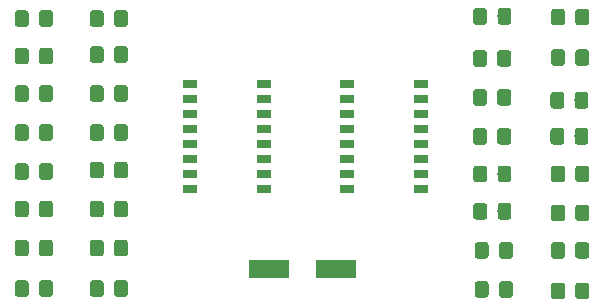
<source format=gbr>
G04 #@! TF.GenerationSoftware,KiCad,Pcbnew,(5.0.1-3-g963ef8bb5)*
G04 #@! TF.CreationDate,2018-12-19T14:50:12+08:00*
G04 #@! TF.ProjectId,16-LED-board,31362D4C45442D626F6172642E6B6963,1.0*
G04 #@! TF.SameCoordinates,Original*
G04 #@! TF.FileFunction,Paste,Top*
G04 #@! TF.FilePolarity,Positive*
%FSLAX46Y46*%
G04 Gerber Fmt 4.6, Leading zero omitted, Abs format (unit mm)*
G04 Created by KiCad (PCBNEW (5.0.1-3-g963ef8bb5)) date 2018 December 19, Wednesday 14:50:12*
%MOMM*%
%LPD*%
G01*
G04 APERTURE LIST*
%ADD10R,3.500000X1.600000*%
%ADD11C,0.100000*%
%ADD12C,1.150000*%
%ADD13R,1.300000X0.800000*%
G04 APERTURE END LIST*
D10*
G04 #@! TO.C,C1*
X92589000Y-106426000D03*
X86989000Y-106426000D03*
G04 #@! TD*
D11*
G04 #@! TO.C,D1*
G36*
X68421505Y-107378204D02*
X68445773Y-107381804D01*
X68469572Y-107387765D01*
X68492671Y-107396030D01*
X68514850Y-107406520D01*
X68535893Y-107419132D01*
X68555599Y-107433747D01*
X68573777Y-107450223D01*
X68590253Y-107468401D01*
X68604868Y-107488107D01*
X68617480Y-107509150D01*
X68627970Y-107531329D01*
X68636235Y-107554428D01*
X68642196Y-107578227D01*
X68645796Y-107602495D01*
X68647000Y-107626999D01*
X68647000Y-108527001D01*
X68645796Y-108551505D01*
X68642196Y-108575773D01*
X68636235Y-108599572D01*
X68627970Y-108622671D01*
X68617480Y-108644850D01*
X68604868Y-108665893D01*
X68590253Y-108685599D01*
X68573777Y-108703777D01*
X68555599Y-108720253D01*
X68535893Y-108734868D01*
X68514850Y-108747480D01*
X68492671Y-108757970D01*
X68469572Y-108766235D01*
X68445773Y-108772196D01*
X68421505Y-108775796D01*
X68397001Y-108777000D01*
X67746999Y-108777000D01*
X67722495Y-108775796D01*
X67698227Y-108772196D01*
X67674428Y-108766235D01*
X67651329Y-108757970D01*
X67629150Y-108747480D01*
X67608107Y-108734868D01*
X67588401Y-108720253D01*
X67570223Y-108703777D01*
X67553747Y-108685599D01*
X67539132Y-108665893D01*
X67526520Y-108644850D01*
X67516030Y-108622671D01*
X67507765Y-108599572D01*
X67501804Y-108575773D01*
X67498204Y-108551505D01*
X67497000Y-108527001D01*
X67497000Y-107626999D01*
X67498204Y-107602495D01*
X67501804Y-107578227D01*
X67507765Y-107554428D01*
X67516030Y-107531329D01*
X67526520Y-107509150D01*
X67539132Y-107488107D01*
X67553747Y-107468401D01*
X67570223Y-107450223D01*
X67588401Y-107433747D01*
X67608107Y-107419132D01*
X67629150Y-107406520D01*
X67651329Y-107396030D01*
X67674428Y-107387765D01*
X67698227Y-107381804D01*
X67722495Y-107378204D01*
X67746999Y-107377000D01*
X68397001Y-107377000D01*
X68421505Y-107378204D01*
X68421505Y-107378204D01*
G37*
D12*
X68072000Y-108077000D03*
D11*
G36*
X66371505Y-107378204D02*
X66395773Y-107381804D01*
X66419572Y-107387765D01*
X66442671Y-107396030D01*
X66464850Y-107406520D01*
X66485893Y-107419132D01*
X66505599Y-107433747D01*
X66523777Y-107450223D01*
X66540253Y-107468401D01*
X66554868Y-107488107D01*
X66567480Y-107509150D01*
X66577970Y-107531329D01*
X66586235Y-107554428D01*
X66592196Y-107578227D01*
X66595796Y-107602495D01*
X66597000Y-107626999D01*
X66597000Y-108527001D01*
X66595796Y-108551505D01*
X66592196Y-108575773D01*
X66586235Y-108599572D01*
X66577970Y-108622671D01*
X66567480Y-108644850D01*
X66554868Y-108665893D01*
X66540253Y-108685599D01*
X66523777Y-108703777D01*
X66505599Y-108720253D01*
X66485893Y-108734868D01*
X66464850Y-108747480D01*
X66442671Y-108757970D01*
X66419572Y-108766235D01*
X66395773Y-108772196D01*
X66371505Y-108775796D01*
X66347001Y-108777000D01*
X65696999Y-108777000D01*
X65672495Y-108775796D01*
X65648227Y-108772196D01*
X65624428Y-108766235D01*
X65601329Y-108757970D01*
X65579150Y-108747480D01*
X65558107Y-108734868D01*
X65538401Y-108720253D01*
X65520223Y-108703777D01*
X65503747Y-108685599D01*
X65489132Y-108665893D01*
X65476520Y-108644850D01*
X65466030Y-108622671D01*
X65457765Y-108599572D01*
X65451804Y-108575773D01*
X65448204Y-108551505D01*
X65447000Y-108527001D01*
X65447000Y-107626999D01*
X65448204Y-107602495D01*
X65451804Y-107578227D01*
X65457765Y-107554428D01*
X65466030Y-107531329D01*
X65476520Y-107509150D01*
X65489132Y-107488107D01*
X65503747Y-107468401D01*
X65520223Y-107450223D01*
X65538401Y-107433747D01*
X65558107Y-107419132D01*
X65579150Y-107406520D01*
X65601329Y-107396030D01*
X65624428Y-107387765D01*
X65648227Y-107381804D01*
X65672495Y-107378204D01*
X65696999Y-107377000D01*
X66347001Y-107377000D01*
X66371505Y-107378204D01*
X66371505Y-107378204D01*
G37*
D12*
X66022000Y-108077000D03*
G04 #@! TD*
D11*
G04 #@! TO.C,D2*
G36*
X66371505Y-103949204D02*
X66395773Y-103952804D01*
X66419572Y-103958765D01*
X66442671Y-103967030D01*
X66464850Y-103977520D01*
X66485893Y-103990132D01*
X66505599Y-104004747D01*
X66523777Y-104021223D01*
X66540253Y-104039401D01*
X66554868Y-104059107D01*
X66567480Y-104080150D01*
X66577970Y-104102329D01*
X66586235Y-104125428D01*
X66592196Y-104149227D01*
X66595796Y-104173495D01*
X66597000Y-104197999D01*
X66597000Y-105098001D01*
X66595796Y-105122505D01*
X66592196Y-105146773D01*
X66586235Y-105170572D01*
X66577970Y-105193671D01*
X66567480Y-105215850D01*
X66554868Y-105236893D01*
X66540253Y-105256599D01*
X66523777Y-105274777D01*
X66505599Y-105291253D01*
X66485893Y-105305868D01*
X66464850Y-105318480D01*
X66442671Y-105328970D01*
X66419572Y-105337235D01*
X66395773Y-105343196D01*
X66371505Y-105346796D01*
X66347001Y-105348000D01*
X65696999Y-105348000D01*
X65672495Y-105346796D01*
X65648227Y-105343196D01*
X65624428Y-105337235D01*
X65601329Y-105328970D01*
X65579150Y-105318480D01*
X65558107Y-105305868D01*
X65538401Y-105291253D01*
X65520223Y-105274777D01*
X65503747Y-105256599D01*
X65489132Y-105236893D01*
X65476520Y-105215850D01*
X65466030Y-105193671D01*
X65457765Y-105170572D01*
X65451804Y-105146773D01*
X65448204Y-105122505D01*
X65447000Y-105098001D01*
X65447000Y-104197999D01*
X65448204Y-104173495D01*
X65451804Y-104149227D01*
X65457765Y-104125428D01*
X65466030Y-104102329D01*
X65476520Y-104080150D01*
X65489132Y-104059107D01*
X65503747Y-104039401D01*
X65520223Y-104021223D01*
X65538401Y-104004747D01*
X65558107Y-103990132D01*
X65579150Y-103977520D01*
X65601329Y-103967030D01*
X65624428Y-103958765D01*
X65648227Y-103952804D01*
X65672495Y-103949204D01*
X65696999Y-103948000D01*
X66347001Y-103948000D01*
X66371505Y-103949204D01*
X66371505Y-103949204D01*
G37*
D12*
X66022000Y-104648000D03*
D11*
G36*
X68421505Y-103949204D02*
X68445773Y-103952804D01*
X68469572Y-103958765D01*
X68492671Y-103967030D01*
X68514850Y-103977520D01*
X68535893Y-103990132D01*
X68555599Y-104004747D01*
X68573777Y-104021223D01*
X68590253Y-104039401D01*
X68604868Y-104059107D01*
X68617480Y-104080150D01*
X68627970Y-104102329D01*
X68636235Y-104125428D01*
X68642196Y-104149227D01*
X68645796Y-104173495D01*
X68647000Y-104197999D01*
X68647000Y-105098001D01*
X68645796Y-105122505D01*
X68642196Y-105146773D01*
X68636235Y-105170572D01*
X68627970Y-105193671D01*
X68617480Y-105215850D01*
X68604868Y-105236893D01*
X68590253Y-105256599D01*
X68573777Y-105274777D01*
X68555599Y-105291253D01*
X68535893Y-105305868D01*
X68514850Y-105318480D01*
X68492671Y-105328970D01*
X68469572Y-105337235D01*
X68445773Y-105343196D01*
X68421505Y-105346796D01*
X68397001Y-105348000D01*
X67746999Y-105348000D01*
X67722495Y-105346796D01*
X67698227Y-105343196D01*
X67674428Y-105337235D01*
X67651329Y-105328970D01*
X67629150Y-105318480D01*
X67608107Y-105305868D01*
X67588401Y-105291253D01*
X67570223Y-105274777D01*
X67553747Y-105256599D01*
X67539132Y-105236893D01*
X67526520Y-105215850D01*
X67516030Y-105193671D01*
X67507765Y-105170572D01*
X67501804Y-105146773D01*
X67498204Y-105122505D01*
X67497000Y-105098001D01*
X67497000Y-104197999D01*
X67498204Y-104173495D01*
X67501804Y-104149227D01*
X67507765Y-104125428D01*
X67516030Y-104102329D01*
X67526520Y-104080150D01*
X67539132Y-104059107D01*
X67553747Y-104039401D01*
X67570223Y-104021223D01*
X67588401Y-104004747D01*
X67608107Y-103990132D01*
X67629150Y-103977520D01*
X67651329Y-103967030D01*
X67674428Y-103958765D01*
X67698227Y-103952804D01*
X67722495Y-103949204D01*
X67746999Y-103948000D01*
X68397001Y-103948000D01*
X68421505Y-103949204D01*
X68421505Y-103949204D01*
G37*
D12*
X68072000Y-104648000D03*
G04 #@! TD*
D11*
G04 #@! TO.C,D3*
G36*
X68421505Y-100647204D02*
X68445773Y-100650804D01*
X68469572Y-100656765D01*
X68492671Y-100665030D01*
X68514850Y-100675520D01*
X68535893Y-100688132D01*
X68555599Y-100702747D01*
X68573777Y-100719223D01*
X68590253Y-100737401D01*
X68604868Y-100757107D01*
X68617480Y-100778150D01*
X68627970Y-100800329D01*
X68636235Y-100823428D01*
X68642196Y-100847227D01*
X68645796Y-100871495D01*
X68647000Y-100895999D01*
X68647000Y-101796001D01*
X68645796Y-101820505D01*
X68642196Y-101844773D01*
X68636235Y-101868572D01*
X68627970Y-101891671D01*
X68617480Y-101913850D01*
X68604868Y-101934893D01*
X68590253Y-101954599D01*
X68573777Y-101972777D01*
X68555599Y-101989253D01*
X68535893Y-102003868D01*
X68514850Y-102016480D01*
X68492671Y-102026970D01*
X68469572Y-102035235D01*
X68445773Y-102041196D01*
X68421505Y-102044796D01*
X68397001Y-102046000D01*
X67746999Y-102046000D01*
X67722495Y-102044796D01*
X67698227Y-102041196D01*
X67674428Y-102035235D01*
X67651329Y-102026970D01*
X67629150Y-102016480D01*
X67608107Y-102003868D01*
X67588401Y-101989253D01*
X67570223Y-101972777D01*
X67553747Y-101954599D01*
X67539132Y-101934893D01*
X67526520Y-101913850D01*
X67516030Y-101891671D01*
X67507765Y-101868572D01*
X67501804Y-101844773D01*
X67498204Y-101820505D01*
X67497000Y-101796001D01*
X67497000Y-100895999D01*
X67498204Y-100871495D01*
X67501804Y-100847227D01*
X67507765Y-100823428D01*
X67516030Y-100800329D01*
X67526520Y-100778150D01*
X67539132Y-100757107D01*
X67553747Y-100737401D01*
X67570223Y-100719223D01*
X67588401Y-100702747D01*
X67608107Y-100688132D01*
X67629150Y-100675520D01*
X67651329Y-100665030D01*
X67674428Y-100656765D01*
X67698227Y-100650804D01*
X67722495Y-100647204D01*
X67746999Y-100646000D01*
X68397001Y-100646000D01*
X68421505Y-100647204D01*
X68421505Y-100647204D01*
G37*
D12*
X68072000Y-101346000D03*
D11*
G36*
X66371505Y-100647204D02*
X66395773Y-100650804D01*
X66419572Y-100656765D01*
X66442671Y-100665030D01*
X66464850Y-100675520D01*
X66485893Y-100688132D01*
X66505599Y-100702747D01*
X66523777Y-100719223D01*
X66540253Y-100737401D01*
X66554868Y-100757107D01*
X66567480Y-100778150D01*
X66577970Y-100800329D01*
X66586235Y-100823428D01*
X66592196Y-100847227D01*
X66595796Y-100871495D01*
X66597000Y-100895999D01*
X66597000Y-101796001D01*
X66595796Y-101820505D01*
X66592196Y-101844773D01*
X66586235Y-101868572D01*
X66577970Y-101891671D01*
X66567480Y-101913850D01*
X66554868Y-101934893D01*
X66540253Y-101954599D01*
X66523777Y-101972777D01*
X66505599Y-101989253D01*
X66485893Y-102003868D01*
X66464850Y-102016480D01*
X66442671Y-102026970D01*
X66419572Y-102035235D01*
X66395773Y-102041196D01*
X66371505Y-102044796D01*
X66347001Y-102046000D01*
X65696999Y-102046000D01*
X65672495Y-102044796D01*
X65648227Y-102041196D01*
X65624428Y-102035235D01*
X65601329Y-102026970D01*
X65579150Y-102016480D01*
X65558107Y-102003868D01*
X65538401Y-101989253D01*
X65520223Y-101972777D01*
X65503747Y-101954599D01*
X65489132Y-101934893D01*
X65476520Y-101913850D01*
X65466030Y-101891671D01*
X65457765Y-101868572D01*
X65451804Y-101844773D01*
X65448204Y-101820505D01*
X65447000Y-101796001D01*
X65447000Y-100895999D01*
X65448204Y-100871495D01*
X65451804Y-100847227D01*
X65457765Y-100823428D01*
X65466030Y-100800329D01*
X65476520Y-100778150D01*
X65489132Y-100757107D01*
X65503747Y-100737401D01*
X65520223Y-100719223D01*
X65538401Y-100702747D01*
X65558107Y-100688132D01*
X65579150Y-100675520D01*
X65601329Y-100665030D01*
X65624428Y-100656765D01*
X65648227Y-100650804D01*
X65672495Y-100647204D01*
X65696999Y-100646000D01*
X66347001Y-100646000D01*
X66371505Y-100647204D01*
X66371505Y-100647204D01*
G37*
D12*
X66022000Y-101346000D03*
G04 #@! TD*
D11*
G04 #@! TO.C,D4*
G36*
X66371505Y-97472204D02*
X66395773Y-97475804D01*
X66419572Y-97481765D01*
X66442671Y-97490030D01*
X66464850Y-97500520D01*
X66485893Y-97513132D01*
X66505599Y-97527747D01*
X66523777Y-97544223D01*
X66540253Y-97562401D01*
X66554868Y-97582107D01*
X66567480Y-97603150D01*
X66577970Y-97625329D01*
X66586235Y-97648428D01*
X66592196Y-97672227D01*
X66595796Y-97696495D01*
X66597000Y-97720999D01*
X66597000Y-98621001D01*
X66595796Y-98645505D01*
X66592196Y-98669773D01*
X66586235Y-98693572D01*
X66577970Y-98716671D01*
X66567480Y-98738850D01*
X66554868Y-98759893D01*
X66540253Y-98779599D01*
X66523777Y-98797777D01*
X66505599Y-98814253D01*
X66485893Y-98828868D01*
X66464850Y-98841480D01*
X66442671Y-98851970D01*
X66419572Y-98860235D01*
X66395773Y-98866196D01*
X66371505Y-98869796D01*
X66347001Y-98871000D01*
X65696999Y-98871000D01*
X65672495Y-98869796D01*
X65648227Y-98866196D01*
X65624428Y-98860235D01*
X65601329Y-98851970D01*
X65579150Y-98841480D01*
X65558107Y-98828868D01*
X65538401Y-98814253D01*
X65520223Y-98797777D01*
X65503747Y-98779599D01*
X65489132Y-98759893D01*
X65476520Y-98738850D01*
X65466030Y-98716671D01*
X65457765Y-98693572D01*
X65451804Y-98669773D01*
X65448204Y-98645505D01*
X65447000Y-98621001D01*
X65447000Y-97720999D01*
X65448204Y-97696495D01*
X65451804Y-97672227D01*
X65457765Y-97648428D01*
X65466030Y-97625329D01*
X65476520Y-97603150D01*
X65489132Y-97582107D01*
X65503747Y-97562401D01*
X65520223Y-97544223D01*
X65538401Y-97527747D01*
X65558107Y-97513132D01*
X65579150Y-97500520D01*
X65601329Y-97490030D01*
X65624428Y-97481765D01*
X65648227Y-97475804D01*
X65672495Y-97472204D01*
X65696999Y-97471000D01*
X66347001Y-97471000D01*
X66371505Y-97472204D01*
X66371505Y-97472204D01*
G37*
D12*
X66022000Y-98171000D03*
D11*
G36*
X68421505Y-97472204D02*
X68445773Y-97475804D01*
X68469572Y-97481765D01*
X68492671Y-97490030D01*
X68514850Y-97500520D01*
X68535893Y-97513132D01*
X68555599Y-97527747D01*
X68573777Y-97544223D01*
X68590253Y-97562401D01*
X68604868Y-97582107D01*
X68617480Y-97603150D01*
X68627970Y-97625329D01*
X68636235Y-97648428D01*
X68642196Y-97672227D01*
X68645796Y-97696495D01*
X68647000Y-97720999D01*
X68647000Y-98621001D01*
X68645796Y-98645505D01*
X68642196Y-98669773D01*
X68636235Y-98693572D01*
X68627970Y-98716671D01*
X68617480Y-98738850D01*
X68604868Y-98759893D01*
X68590253Y-98779599D01*
X68573777Y-98797777D01*
X68555599Y-98814253D01*
X68535893Y-98828868D01*
X68514850Y-98841480D01*
X68492671Y-98851970D01*
X68469572Y-98860235D01*
X68445773Y-98866196D01*
X68421505Y-98869796D01*
X68397001Y-98871000D01*
X67746999Y-98871000D01*
X67722495Y-98869796D01*
X67698227Y-98866196D01*
X67674428Y-98860235D01*
X67651329Y-98851970D01*
X67629150Y-98841480D01*
X67608107Y-98828868D01*
X67588401Y-98814253D01*
X67570223Y-98797777D01*
X67553747Y-98779599D01*
X67539132Y-98759893D01*
X67526520Y-98738850D01*
X67516030Y-98716671D01*
X67507765Y-98693572D01*
X67501804Y-98669773D01*
X67498204Y-98645505D01*
X67497000Y-98621001D01*
X67497000Y-97720999D01*
X67498204Y-97696495D01*
X67501804Y-97672227D01*
X67507765Y-97648428D01*
X67516030Y-97625329D01*
X67526520Y-97603150D01*
X67539132Y-97582107D01*
X67553747Y-97562401D01*
X67570223Y-97544223D01*
X67588401Y-97527747D01*
X67608107Y-97513132D01*
X67629150Y-97500520D01*
X67651329Y-97490030D01*
X67674428Y-97481765D01*
X67698227Y-97475804D01*
X67722495Y-97472204D01*
X67746999Y-97471000D01*
X68397001Y-97471000D01*
X68421505Y-97472204D01*
X68421505Y-97472204D01*
G37*
D12*
X68072000Y-98171000D03*
G04 #@! TD*
D11*
G04 #@! TO.C,D5*
G36*
X68421505Y-94170204D02*
X68445773Y-94173804D01*
X68469572Y-94179765D01*
X68492671Y-94188030D01*
X68514850Y-94198520D01*
X68535893Y-94211132D01*
X68555599Y-94225747D01*
X68573777Y-94242223D01*
X68590253Y-94260401D01*
X68604868Y-94280107D01*
X68617480Y-94301150D01*
X68627970Y-94323329D01*
X68636235Y-94346428D01*
X68642196Y-94370227D01*
X68645796Y-94394495D01*
X68647000Y-94418999D01*
X68647000Y-95319001D01*
X68645796Y-95343505D01*
X68642196Y-95367773D01*
X68636235Y-95391572D01*
X68627970Y-95414671D01*
X68617480Y-95436850D01*
X68604868Y-95457893D01*
X68590253Y-95477599D01*
X68573777Y-95495777D01*
X68555599Y-95512253D01*
X68535893Y-95526868D01*
X68514850Y-95539480D01*
X68492671Y-95549970D01*
X68469572Y-95558235D01*
X68445773Y-95564196D01*
X68421505Y-95567796D01*
X68397001Y-95569000D01*
X67746999Y-95569000D01*
X67722495Y-95567796D01*
X67698227Y-95564196D01*
X67674428Y-95558235D01*
X67651329Y-95549970D01*
X67629150Y-95539480D01*
X67608107Y-95526868D01*
X67588401Y-95512253D01*
X67570223Y-95495777D01*
X67553747Y-95477599D01*
X67539132Y-95457893D01*
X67526520Y-95436850D01*
X67516030Y-95414671D01*
X67507765Y-95391572D01*
X67501804Y-95367773D01*
X67498204Y-95343505D01*
X67497000Y-95319001D01*
X67497000Y-94418999D01*
X67498204Y-94394495D01*
X67501804Y-94370227D01*
X67507765Y-94346428D01*
X67516030Y-94323329D01*
X67526520Y-94301150D01*
X67539132Y-94280107D01*
X67553747Y-94260401D01*
X67570223Y-94242223D01*
X67588401Y-94225747D01*
X67608107Y-94211132D01*
X67629150Y-94198520D01*
X67651329Y-94188030D01*
X67674428Y-94179765D01*
X67698227Y-94173804D01*
X67722495Y-94170204D01*
X67746999Y-94169000D01*
X68397001Y-94169000D01*
X68421505Y-94170204D01*
X68421505Y-94170204D01*
G37*
D12*
X68072000Y-94869000D03*
D11*
G36*
X66371505Y-94170204D02*
X66395773Y-94173804D01*
X66419572Y-94179765D01*
X66442671Y-94188030D01*
X66464850Y-94198520D01*
X66485893Y-94211132D01*
X66505599Y-94225747D01*
X66523777Y-94242223D01*
X66540253Y-94260401D01*
X66554868Y-94280107D01*
X66567480Y-94301150D01*
X66577970Y-94323329D01*
X66586235Y-94346428D01*
X66592196Y-94370227D01*
X66595796Y-94394495D01*
X66597000Y-94418999D01*
X66597000Y-95319001D01*
X66595796Y-95343505D01*
X66592196Y-95367773D01*
X66586235Y-95391572D01*
X66577970Y-95414671D01*
X66567480Y-95436850D01*
X66554868Y-95457893D01*
X66540253Y-95477599D01*
X66523777Y-95495777D01*
X66505599Y-95512253D01*
X66485893Y-95526868D01*
X66464850Y-95539480D01*
X66442671Y-95549970D01*
X66419572Y-95558235D01*
X66395773Y-95564196D01*
X66371505Y-95567796D01*
X66347001Y-95569000D01*
X65696999Y-95569000D01*
X65672495Y-95567796D01*
X65648227Y-95564196D01*
X65624428Y-95558235D01*
X65601329Y-95549970D01*
X65579150Y-95539480D01*
X65558107Y-95526868D01*
X65538401Y-95512253D01*
X65520223Y-95495777D01*
X65503747Y-95477599D01*
X65489132Y-95457893D01*
X65476520Y-95436850D01*
X65466030Y-95414671D01*
X65457765Y-95391572D01*
X65451804Y-95367773D01*
X65448204Y-95343505D01*
X65447000Y-95319001D01*
X65447000Y-94418999D01*
X65448204Y-94394495D01*
X65451804Y-94370227D01*
X65457765Y-94346428D01*
X65466030Y-94323329D01*
X65476520Y-94301150D01*
X65489132Y-94280107D01*
X65503747Y-94260401D01*
X65520223Y-94242223D01*
X65538401Y-94225747D01*
X65558107Y-94211132D01*
X65579150Y-94198520D01*
X65601329Y-94188030D01*
X65624428Y-94179765D01*
X65648227Y-94173804D01*
X65672495Y-94170204D01*
X65696999Y-94169000D01*
X66347001Y-94169000D01*
X66371505Y-94170204D01*
X66371505Y-94170204D01*
G37*
D12*
X66022000Y-94869000D03*
G04 #@! TD*
D11*
G04 #@! TO.C,D6*
G36*
X66371505Y-90868204D02*
X66395773Y-90871804D01*
X66419572Y-90877765D01*
X66442671Y-90886030D01*
X66464850Y-90896520D01*
X66485893Y-90909132D01*
X66505599Y-90923747D01*
X66523777Y-90940223D01*
X66540253Y-90958401D01*
X66554868Y-90978107D01*
X66567480Y-90999150D01*
X66577970Y-91021329D01*
X66586235Y-91044428D01*
X66592196Y-91068227D01*
X66595796Y-91092495D01*
X66597000Y-91116999D01*
X66597000Y-92017001D01*
X66595796Y-92041505D01*
X66592196Y-92065773D01*
X66586235Y-92089572D01*
X66577970Y-92112671D01*
X66567480Y-92134850D01*
X66554868Y-92155893D01*
X66540253Y-92175599D01*
X66523777Y-92193777D01*
X66505599Y-92210253D01*
X66485893Y-92224868D01*
X66464850Y-92237480D01*
X66442671Y-92247970D01*
X66419572Y-92256235D01*
X66395773Y-92262196D01*
X66371505Y-92265796D01*
X66347001Y-92267000D01*
X65696999Y-92267000D01*
X65672495Y-92265796D01*
X65648227Y-92262196D01*
X65624428Y-92256235D01*
X65601329Y-92247970D01*
X65579150Y-92237480D01*
X65558107Y-92224868D01*
X65538401Y-92210253D01*
X65520223Y-92193777D01*
X65503747Y-92175599D01*
X65489132Y-92155893D01*
X65476520Y-92134850D01*
X65466030Y-92112671D01*
X65457765Y-92089572D01*
X65451804Y-92065773D01*
X65448204Y-92041505D01*
X65447000Y-92017001D01*
X65447000Y-91116999D01*
X65448204Y-91092495D01*
X65451804Y-91068227D01*
X65457765Y-91044428D01*
X65466030Y-91021329D01*
X65476520Y-90999150D01*
X65489132Y-90978107D01*
X65503747Y-90958401D01*
X65520223Y-90940223D01*
X65538401Y-90923747D01*
X65558107Y-90909132D01*
X65579150Y-90896520D01*
X65601329Y-90886030D01*
X65624428Y-90877765D01*
X65648227Y-90871804D01*
X65672495Y-90868204D01*
X65696999Y-90867000D01*
X66347001Y-90867000D01*
X66371505Y-90868204D01*
X66371505Y-90868204D01*
G37*
D12*
X66022000Y-91567000D03*
D11*
G36*
X68421505Y-90868204D02*
X68445773Y-90871804D01*
X68469572Y-90877765D01*
X68492671Y-90886030D01*
X68514850Y-90896520D01*
X68535893Y-90909132D01*
X68555599Y-90923747D01*
X68573777Y-90940223D01*
X68590253Y-90958401D01*
X68604868Y-90978107D01*
X68617480Y-90999150D01*
X68627970Y-91021329D01*
X68636235Y-91044428D01*
X68642196Y-91068227D01*
X68645796Y-91092495D01*
X68647000Y-91116999D01*
X68647000Y-92017001D01*
X68645796Y-92041505D01*
X68642196Y-92065773D01*
X68636235Y-92089572D01*
X68627970Y-92112671D01*
X68617480Y-92134850D01*
X68604868Y-92155893D01*
X68590253Y-92175599D01*
X68573777Y-92193777D01*
X68555599Y-92210253D01*
X68535893Y-92224868D01*
X68514850Y-92237480D01*
X68492671Y-92247970D01*
X68469572Y-92256235D01*
X68445773Y-92262196D01*
X68421505Y-92265796D01*
X68397001Y-92267000D01*
X67746999Y-92267000D01*
X67722495Y-92265796D01*
X67698227Y-92262196D01*
X67674428Y-92256235D01*
X67651329Y-92247970D01*
X67629150Y-92237480D01*
X67608107Y-92224868D01*
X67588401Y-92210253D01*
X67570223Y-92193777D01*
X67553747Y-92175599D01*
X67539132Y-92155893D01*
X67526520Y-92134850D01*
X67516030Y-92112671D01*
X67507765Y-92089572D01*
X67501804Y-92065773D01*
X67498204Y-92041505D01*
X67497000Y-92017001D01*
X67497000Y-91116999D01*
X67498204Y-91092495D01*
X67501804Y-91068227D01*
X67507765Y-91044428D01*
X67516030Y-91021329D01*
X67526520Y-90999150D01*
X67539132Y-90978107D01*
X67553747Y-90958401D01*
X67570223Y-90940223D01*
X67588401Y-90923747D01*
X67608107Y-90909132D01*
X67629150Y-90896520D01*
X67651329Y-90886030D01*
X67674428Y-90877765D01*
X67698227Y-90871804D01*
X67722495Y-90868204D01*
X67746999Y-90867000D01*
X68397001Y-90867000D01*
X68421505Y-90868204D01*
X68421505Y-90868204D01*
G37*
D12*
X68072000Y-91567000D03*
G04 #@! TD*
D11*
G04 #@! TO.C,D7*
G36*
X68421505Y-87693204D02*
X68445773Y-87696804D01*
X68469572Y-87702765D01*
X68492671Y-87711030D01*
X68514850Y-87721520D01*
X68535893Y-87734132D01*
X68555599Y-87748747D01*
X68573777Y-87765223D01*
X68590253Y-87783401D01*
X68604868Y-87803107D01*
X68617480Y-87824150D01*
X68627970Y-87846329D01*
X68636235Y-87869428D01*
X68642196Y-87893227D01*
X68645796Y-87917495D01*
X68647000Y-87941999D01*
X68647000Y-88842001D01*
X68645796Y-88866505D01*
X68642196Y-88890773D01*
X68636235Y-88914572D01*
X68627970Y-88937671D01*
X68617480Y-88959850D01*
X68604868Y-88980893D01*
X68590253Y-89000599D01*
X68573777Y-89018777D01*
X68555599Y-89035253D01*
X68535893Y-89049868D01*
X68514850Y-89062480D01*
X68492671Y-89072970D01*
X68469572Y-89081235D01*
X68445773Y-89087196D01*
X68421505Y-89090796D01*
X68397001Y-89092000D01*
X67746999Y-89092000D01*
X67722495Y-89090796D01*
X67698227Y-89087196D01*
X67674428Y-89081235D01*
X67651329Y-89072970D01*
X67629150Y-89062480D01*
X67608107Y-89049868D01*
X67588401Y-89035253D01*
X67570223Y-89018777D01*
X67553747Y-89000599D01*
X67539132Y-88980893D01*
X67526520Y-88959850D01*
X67516030Y-88937671D01*
X67507765Y-88914572D01*
X67501804Y-88890773D01*
X67498204Y-88866505D01*
X67497000Y-88842001D01*
X67497000Y-87941999D01*
X67498204Y-87917495D01*
X67501804Y-87893227D01*
X67507765Y-87869428D01*
X67516030Y-87846329D01*
X67526520Y-87824150D01*
X67539132Y-87803107D01*
X67553747Y-87783401D01*
X67570223Y-87765223D01*
X67588401Y-87748747D01*
X67608107Y-87734132D01*
X67629150Y-87721520D01*
X67651329Y-87711030D01*
X67674428Y-87702765D01*
X67698227Y-87696804D01*
X67722495Y-87693204D01*
X67746999Y-87692000D01*
X68397001Y-87692000D01*
X68421505Y-87693204D01*
X68421505Y-87693204D01*
G37*
D12*
X68072000Y-88392000D03*
D11*
G36*
X66371505Y-87693204D02*
X66395773Y-87696804D01*
X66419572Y-87702765D01*
X66442671Y-87711030D01*
X66464850Y-87721520D01*
X66485893Y-87734132D01*
X66505599Y-87748747D01*
X66523777Y-87765223D01*
X66540253Y-87783401D01*
X66554868Y-87803107D01*
X66567480Y-87824150D01*
X66577970Y-87846329D01*
X66586235Y-87869428D01*
X66592196Y-87893227D01*
X66595796Y-87917495D01*
X66597000Y-87941999D01*
X66597000Y-88842001D01*
X66595796Y-88866505D01*
X66592196Y-88890773D01*
X66586235Y-88914572D01*
X66577970Y-88937671D01*
X66567480Y-88959850D01*
X66554868Y-88980893D01*
X66540253Y-89000599D01*
X66523777Y-89018777D01*
X66505599Y-89035253D01*
X66485893Y-89049868D01*
X66464850Y-89062480D01*
X66442671Y-89072970D01*
X66419572Y-89081235D01*
X66395773Y-89087196D01*
X66371505Y-89090796D01*
X66347001Y-89092000D01*
X65696999Y-89092000D01*
X65672495Y-89090796D01*
X65648227Y-89087196D01*
X65624428Y-89081235D01*
X65601329Y-89072970D01*
X65579150Y-89062480D01*
X65558107Y-89049868D01*
X65538401Y-89035253D01*
X65520223Y-89018777D01*
X65503747Y-89000599D01*
X65489132Y-88980893D01*
X65476520Y-88959850D01*
X65466030Y-88937671D01*
X65457765Y-88914572D01*
X65451804Y-88890773D01*
X65448204Y-88866505D01*
X65447000Y-88842001D01*
X65447000Y-87941999D01*
X65448204Y-87917495D01*
X65451804Y-87893227D01*
X65457765Y-87869428D01*
X65466030Y-87846329D01*
X65476520Y-87824150D01*
X65489132Y-87803107D01*
X65503747Y-87783401D01*
X65520223Y-87765223D01*
X65538401Y-87748747D01*
X65558107Y-87734132D01*
X65579150Y-87721520D01*
X65601329Y-87711030D01*
X65624428Y-87702765D01*
X65648227Y-87696804D01*
X65672495Y-87693204D01*
X65696999Y-87692000D01*
X66347001Y-87692000D01*
X66371505Y-87693204D01*
X66371505Y-87693204D01*
G37*
D12*
X66022000Y-88392000D03*
G04 #@! TD*
D11*
G04 #@! TO.C,D8*
G36*
X66371505Y-84518204D02*
X66395773Y-84521804D01*
X66419572Y-84527765D01*
X66442671Y-84536030D01*
X66464850Y-84546520D01*
X66485893Y-84559132D01*
X66505599Y-84573747D01*
X66523777Y-84590223D01*
X66540253Y-84608401D01*
X66554868Y-84628107D01*
X66567480Y-84649150D01*
X66577970Y-84671329D01*
X66586235Y-84694428D01*
X66592196Y-84718227D01*
X66595796Y-84742495D01*
X66597000Y-84766999D01*
X66597000Y-85667001D01*
X66595796Y-85691505D01*
X66592196Y-85715773D01*
X66586235Y-85739572D01*
X66577970Y-85762671D01*
X66567480Y-85784850D01*
X66554868Y-85805893D01*
X66540253Y-85825599D01*
X66523777Y-85843777D01*
X66505599Y-85860253D01*
X66485893Y-85874868D01*
X66464850Y-85887480D01*
X66442671Y-85897970D01*
X66419572Y-85906235D01*
X66395773Y-85912196D01*
X66371505Y-85915796D01*
X66347001Y-85917000D01*
X65696999Y-85917000D01*
X65672495Y-85915796D01*
X65648227Y-85912196D01*
X65624428Y-85906235D01*
X65601329Y-85897970D01*
X65579150Y-85887480D01*
X65558107Y-85874868D01*
X65538401Y-85860253D01*
X65520223Y-85843777D01*
X65503747Y-85825599D01*
X65489132Y-85805893D01*
X65476520Y-85784850D01*
X65466030Y-85762671D01*
X65457765Y-85739572D01*
X65451804Y-85715773D01*
X65448204Y-85691505D01*
X65447000Y-85667001D01*
X65447000Y-84766999D01*
X65448204Y-84742495D01*
X65451804Y-84718227D01*
X65457765Y-84694428D01*
X65466030Y-84671329D01*
X65476520Y-84649150D01*
X65489132Y-84628107D01*
X65503747Y-84608401D01*
X65520223Y-84590223D01*
X65538401Y-84573747D01*
X65558107Y-84559132D01*
X65579150Y-84546520D01*
X65601329Y-84536030D01*
X65624428Y-84527765D01*
X65648227Y-84521804D01*
X65672495Y-84518204D01*
X65696999Y-84517000D01*
X66347001Y-84517000D01*
X66371505Y-84518204D01*
X66371505Y-84518204D01*
G37*
D12*
X66022000Y-85217000D03*
D11*
G36*
X68421505Y-84518204D02*
X68445773Y-84521804D01*
X68469572Y-84527765D01*
X68492671Y-84536030D01*
X68514850Y-84546520D01*
X68535893Y-84559132D01*
X68555599Y-84573747D01*
X68573777Y-84590223D01*
X68590253Y-84608401D01*
X68604868Y-84628107D01*
X68617480Y-84649150D01*
X68627970Y-84671329D01*
X68636235Y-84694428D01*
X68642196Y-84718227D01*
X68645796Y-84742495D01*
X68647000Y-84766999D01*
X68647000Y-85667001D01*
X68645796Y-85691505D01*
X68642196Y-85715773D01*
X68636235Y-85739572D01*
X68627970Y-85762671D01*
X68617480Y-85784850D01*
X68604868Y-85805893D01*
X68590253Y-85825599D01*
X68573777Y-85843777D01*
X68555599Y-85860253D01*
X68535893Y-85874868D01*
X68514850Y-85887480D01*
X68492671Y-85897970D01*
X68469572Y-85906235D01*
X68445773Y-85912196D01*
X68421505Y-85915796D01*
X68397001Y-85917000D01*
X67746999Y-85917000D01*
X67722495Y-85915796D01*
X67698227Y-85912196D01*
X67674428Y-85906235D01*
X67651329Y-85897970D01*
X67629150Y-85887480D01*
X67608107Y-85874868D01*
X67588401Y-85860253D01*
X67570223Y-85843777D01*
X67553747Y-85825599D01*
X67539132Y-85805893D01*
X67526520Y-85784850D01*
X67516030Y-85762671D01*
X67507765Y-85739572D01*
X67501804Y-85715773D01*
X67498204Y-85691505D01*
X67497000Y-85667001D01*
X67497000Y-84766999D01*
X67498204Y-84742495D01*
X67501804Y-84718227D01*
X67507765Y-84694428D01*
X67516030Y-84671329D01*
X67526520Y-84649150D01*
X67539132Y-84628107D01*
X67553747Y-84608401D01*
X67570223Y-84590223D01*
X67588401Y-84573747D01*
X67608107Y-84559132D01*
X67629150Y-84546520D01*
X67651329Y-84536030D01*
X67674428Y-84527765D01*
X67698227Y-84521804D01*
X67722495Y-84518204D01*
X67746999Y-84517000D01*
X68397001Y-84517000D01*
X68421505Y-84518204D01*
X68421505Y-84518204D01*
G37*
D12*
X68072000Y-85217000D03*
G04 #@! TD*
D11*
G04 #@! TO.C,D9*
G36*
X113824005Y-107568704D02*
X113848273Y-107572304D01*
X113872072Y-107578265D01*
X113895171Y-107586530D01*
X113917350Y-107597020D01*
X113938393Y-107609632D01*
X113958099Y-107624247D01*
X113976277Y-107640723D01*
X113992753Y-107658901D01*
X114007368Y-107678607D01*
X114019980Y-107699650D01*
X114030470Y-107721829D01*
X114038735Y-107744928D01*
X114044696Y-107768727D01*
X114048296Y-107792995D01*
X114049500Y-107817499D01*
X114049500Y-108717501D01*
X114048296Y-108742005D01*
X114044696Y-108766273D01*
X114038735Y-108790072D01*
X114030470Y-108813171D01*
X114019980Y-108835350D01*
X114007368Y-108856393D01*
X113992753Y-108876099D01*
X113976277Y-108894277D01*
X113958099Y-108910753D01*
X113938393Y-108925368D01*
X113917350Y-108937980D01*
X113895171Y-108948470D01*
X113872072Y-108956735D01*
X113848273Y-108962696D01*
X113824005Y-108966296D01*
X113799501Y-108967500D01*
X113149499Y-108967500D01*
X113124995Y-108966296D01*
X113100727Y-108962696D01*
X113076928Y-108956735D01*
X113053829Y-108948470D01*
X113031650Y-108937980D01*
X113010607Y-108925368D01*
X112990901Y-108910753D01*
X112972723Y-108894277D01*
X112956247Y-108876099D01*
X112941632Y-108856393D01*
X112929020Y-108835350D01*
X112918530Y-108813171D01*
X112910265Y-108790072D01*
X112904304Y-108766273D01*
X112900704Y-108742005D01*
X112899500Y-108717501D01*
X112899500Y-107817499D01*
X112900704Y-107792995D01*
X112904304Y-107768727D01*
X112910265Y-107744928D01*
X112918530Y-107721829D01*
X112929020Y-107699650D01*
X112941632Y-107678607D01*
X112956247Y-107658901D01*
X112972723Y-107640723D01*
X112990901Y-107624247D01*
X113010607Y-107609632D01*
X113031650Y-107597020D01*
X113053829Y-107586530D01*
X113076928Y-107578265D01*
X113100727Y-107572304D01*
X113124995Y-107568704D01*
X113149499Y-107567500D01*
X113799501Y-107567500D01*
X113824005Y-107568704D01*
X113824005Y-107568704D01*
G37*
D12*
X113474500Y-108267500D03*
D11*
G36*
X111774005Y-107568704D02*
X111798273Y-107572304D01*
X111822072Y-107578265D01*
X111845171Y-107586530D01*
X111867350Y-107597020D01*
X111888393Y-107609632D01*
X111908099Y-107624247D01*
X111926277Y-107640723D01*
X111942753Y-107658901D01*
X111957368Y-107678607D01*
X111969980Y-107699650D01*
X111980470Y-107721829D01*
X111988735Y-107744928D01*
X111994696Y-107768727D01*
X111998296Y-107792995D01*
X111999500Y-107817499D01*
X111999500Y-108717501D01*
X111998296Y-108742005D01*
X111994696Y-108766273D01*
X111988735Y-108790072D01*
X111980470Y-108813171D01*
X111969980Y-108835350D01*
X111957368Y-108856393D01*
X111942753Y-108876099D01*
X111926277Y-108894277D01*
X111908099Y-108910753D01*
X111888393Y-108925368D01*
X111867350Y-108937980D01*
X111845171Y-108948470D01*
X111822072Y-108956735D01*
X111798273Y-108962696D01*
X111774005Y-108966296D01*
X111749501Y-108967500D01*
X111099499Y-108967500D01*
X111074995Y-108966296D01*
X111050727Y-108962696D01*
X111026928Y-108956735D01*
X111003829Y-108948470D01*
X110981650Y-108937980D01*
X110960607Y-108925368D01*
X110940901Y-108910753D01*
X110922723Y-108894277D01*
X110906247Y-108876099D01*
X110891632Y-108856393D01*
X110879020Y-108835350D01*
X110868530Y-108813171D01*
X110860265Y-108790072D01*
X110854304Y-108766273D01*
X110850704Y-108742005D01*
X110849500Y-108717501D01*
X110849500Y-107817499D01*
X110850704Y-107792995D01*
X110854304Y-107768727D01*
X110860265Y-107744928D01*
X110868530Y-107721829D01*
X110879020Y-107699650D01*
X110891632Y-107678607D01*
X110906247Y-107658901D01*
X110922723Y-107640723D01*
X110940901Y-107624247D01*
X110960607Y-107609632D01*
X110981650Y-107597020D01*
X111003829Y-107586530D01*
X111026928Y-107578265D01*
X111050727Y-107572304D01*
X111074995Y-107568704D01*
X111099499Y-107567500D01*
X111749501Y-107567500D01*
X111774005Y-107568704D01*
X111774005Y-107568704D01*
G37*
D12*
X111424500Y-108267500D03*
G04 #@! TD*
D11*
G04 #@! TO.C,D10*
G36*
X111774005Y-104139704D02*
X111798273Y-104143304D01*
X111822072Y-104149265D01*
X111845171Y-104157530D01*
X111867350Y-104168020D01*
X111888393Y-104180632D01*
X111908099Y-104195247D01*
X111926277Y-104211723D01*
X111942753Y-104229901D01*
X111957368Y-104249607D01*
X111969980Y-104270650D01*
X111980470Y-104292829D01*
X111988735Y-104315928D01*
X111994696Y-104339727D01*
X111998296Y-104363995D01*
X111999500Y-104388499D01*
X111999500Y-105288501D01*
X111998296Y-105313005D01*
X111994696Y-105337273D01*
X111988735Y-105361072D01*
X111980470Y-105384171D01*
X111969980Y-105406350D01*
X111957368Y-105427393D01*
X111942753Y-105447099D01*
X111926277Y-105465277D01*
X111908099Y-105481753D01*
X111888393Y-105496368D01*
X111867350Y-105508980D01*
X111845171Y-105519470D01*
X111822072Y-105527735D01*
X111798273Y-105533696D01*
X111774005Y-105537296D01*
X111749501Y-105538500D01*
X111099499Y-105538500D01*
X111074995Y-105537296D01*
X111050727Y-105533696D01*
X111026928Y-105527735D01*
X111003829Y-105519470D01*
X110981650Y-105508980D01*
X110960607Y-105496368D01*
X110940901Y-105481753D01*
X110922723Y-105465277D01*
X110906247Y-105447099D01*
X110891632Y-105427393D01*
X110879020Y-105406350D01*
X110868530Y-105384171D01*
X110860265Y-105361072D01*
X110854304Y-105337273D01*
X110850704Y-105313005D01*
X110849500Y-105288501D01*
X110849500Y-104388499D01*
X110850704Y-104363995D01*
X110854304Y-104339727D01*
X110860265Y-104315928D01*
X110868530Y-104292829D01*
X110879020Y-104270650D01*
X110891632Y-104249607D01*
X110906247Y-104229901D01*
X110922723Y-104211723D01*
X110940901Y-104195247D01*
X110960607Y-104180632D01*
X110981650Y-104168020D01*
X111003829Y-104157530D01*
X111026928Y-104149265D01*
X111050727Y-104143304D01*
X111074995Y-104139704D01*
X111099499Y-104138500D01*
X111749501Y-104138500D01*
X111774005Y-104139704D01*
X111774005Y-104139704D01*
G37*
D12*
X111424500Y-104838500D03*
D11*
G36*
X113824005Y-104139704D02*
X113848273Y-104143304D01*
X113872072Y-104149265D01*
X113895171Y-104157530D01*
X113917350Y-104168020D01*
X113938393Y-104180632D01*
X113958099Y-104195247D01*
X113976277Y-104211723D01*
X113992753Y-104229901D01*
X114007368Y-104249607D01*
X114019980Y-104270650D01*
X114030470Y-104292829D01*
X114038735Y-104315928D01*
X114044696Y-104339727D01*
X114048296Y-104363995D01*
X114049500Y-104388499D01*
X114049500Y-105288501D01*
X114048296Y-105313005D01*
X114044696Y-105337273D01*
X114038735Y-105361072D01*
X114030470Y-105384171D01*
X114019980Y-105406350D01*
X114007368Y-105427393D01*
X113992753Y-105447099D01*
X113976277Y-105465277D01*
X113958099Y-105481753D01*
X113938393Y-105496368D01*
X113917350Y-105508980D01*
X113895171Y-105519470D01*
X113872072Y-105527735D01*
X113848273Y-105533696D01*
X113824005Y-105537296D01*
X113799501Y-105538500D01*
X113149499Y-105538500D01*
X113124995Y-105537296D01*
X113100727Y-105533696D01*
X113076928Y-105527735D01*
X113053829Y-105519470D01*
X113031650Y-105508980D01*
X113010607Y-105496368D01*
X112990901Y-105481753D01*
X112972723Y-105465277D01*
X112956247Y-105447099D01*
X112941632Y-105427393D01*
X112929020Y-105406350D01*
X112918530Y-105384171D01*
X112910265Y-105361072D01*
X112904304Y-105337273D01*
X112900704Y-105313005D01*
X112899500Y-105288501D01*
X112899500Y-104388499D01*
X112900704Y-104363995D01*
X112904304Y-104339727D01*
X112910265Y-104315928D01*
X112918530Y-104292829D01*
X112929020Y-104270650D01*
X112941632Y-104249607D01*
X112956247Y-104229901D01*
X112972723Y-104211723D01*
X112990901Y-104195247D01*
X113010607Y-104180632D01*
X113031650Y-104168020D01*
X113053829Y-104157530D01*
X113076928Y-104149265D01*
X113100727Y-104143304D01*
X113124995Y-104139704D01*
X113149499Y-104138500D01*
X113799501Y-104138500D01*
X113824005Y-104139704D01*
X113824005Y-104139704D01*
G37*
D12*
X113474500Y-104838500D03*
G04 #@! TD*
D11*
G04 #@! TO.C,D11*
G36*
X113824005Y-100964704D02*
X113848273Y-100968304D01*
X113872072Y-100974265D01*
X113895171Y-100982530D01*
X113917350Y-100993020D01*
X113938393Y-101005632D01*
X113958099Y-101020247D01*
X113976277Y-101036723D01*
X113992753Y-101054901D01*
X114007368Y-101074607D01*
X114019980Y-101095650D01*
X114030470Y-101117829D01*
X114038735Y-101140928D01*
X114044696Y-101164727D01*
X114048296Y-101188995D01*
X114049500Y-101213499D01*
X114049500Y-102113501D01*
X114048296Y-102138005D01*
X114044696Y-102162273D01*
X114038735Y-102186072D01*
X114030470Y-102209171D01*
X114019980Y-102231350D01*
X114007368Y-102252393D01*
X113992753Y-102272099D01*
X113976277Y-102290277D01*
X113958099Y-102306753D01*
X113938393Y-102321368D01*
X113917350Y-102333980D01*
X113895171Y-102344470D01*
X113872072Y-102352735D01*
X113848273Y-102358696D01*
X113824005Y-102362296D01*
X113799501Y-102363500D01*
X113149499Y-102363500D01*
X113124995Y-102362296D01*
X113100727Y-102358696D01*
X113076928Y-102352735D01*
X113053829Y-102344470D01*
X113031650Y-102333980D01*
X113010607Y-102321368D01*
X112990901Y-102306753D01*
X112972723Y-102290277D01*
X112956247Y-102272099D01*
X112941632Y-102252393D01*
X112929020Y-102231350D01*
X112918530Y-102209171D01*
X112910265Y-102186072D01*
X112904304Y-102162273D01*
X112900704Y-102138005D01*
X112899500Y-102113501D01*
X112899500Y-101213499D01*
X112900704Y-101188995D01*
X112904304Y-101164727D01*
X112910265Y-101140928D01*
X112918530Y-101117829D01*
X112929020Y-101095650D01*
X112941632Y-101074607D01*
X112956247Y-101054901D01*
X112972723Y-101036723D01*
X112990901Y-101020247D01*
X113010607Y-101005632D01*
X113031650Y-100993020D01*
X113053829Y-100982530D01*
X113076928Y-100974265D01*
X113100727Y-100968304D01*
X113124995Y-100964704D01*
X113149499Y-100963500D01*
X113799501Y-100963500D01*
X113824005Y-100964704D01*
X113824005Y-100964704D01*
G37*
D12*
X113474500Y-101663500D03*
D11*
G36*
X111774005Y-100964704D02*
X111798273Y-100968304D01*
X111822072Y-100974265D01*
X111845171Y-100982530D01*
X111867350Y-100993020D01*
X111888393Y-101005632D01*
X111908099Y-101020247D01*
X111926277Y-101036723D01*
X111942753Y-101054901D01*
X111957368Y-101074607D01*
X111969980Y-101095650D01*
X111980470Y-101117829D01*
X111988735Y-101140928D01*
X111994696Y-101164727D01*
X111998296Y-101188995D01*
X111999500Y-101213499D01*
X111999500Y-102113501D01*
X111998296Y-102138005D01*
X111994696Y-102162273D01*
X111988735Y-102186072D01*
X111980470Y-102209171D01*
X111969980Y-102231350D01*
X111957368Y-102252393D01*
X111942753Y-102272099D01*
X111926277Y-102290277D01*
X111908099Y-102306753D01*
X111888393Y-102321368D01*
X111867350Y-102333980D01*
X111845171Y-102344470D01*
X111822072Y-102352735D01*
X111798273Y-102358696D01*
X111774005Y-102362296D01*
X111749501Y-102363500D01*
X111099499Y-102363500D01*
X111074995Y-102362296D01*
X111050727Y-102358696D01*
X111026928Y-102352735D01*
X111003829Y-102344470D01*
X110981650Y-102333980D01*
X110960607Y-102321368D01*
X110940901Y-102306753D01*
X110922723Y-102290277D01*
X110906247Y-102272099D01*
X110891632Y-102252393D01*
X110879020Y-102231350D01*
X110868530Y-102209171D01*
X110860265Y-102186072D01*
X110854304Y-102162273D01*
X110850704Y-102138005D01*
X110849500Y-102113501D01*
X110849500Y-101213499D01*
X110850704Y-101188995D01*
X110854304Y-101164727D01*
X110860265Y-101140928D01*
X110868530Y-101117829D01*
X110879020Y-101095650D01*
X110891632Y-101074607D01*
X110906247Y-101054901D01*
X110922723Y-101036723D01*
X110940901Y-101020247D01*
X110960607Y-101005632D01*
X110981650Y-100993020D01*
X111003829Y-100982530D01*
X111026928Y-100974265D01*
X111050727Y-100968304D01*
X111074995Y-100964704D01*
X111099499Y-100963500D01*
X111749501Y-100963500D01*
X111774005Y-100964704D01*
X111774005Y-100964704D01*
G37*
D12*
X111424500Y-101663500D03*
G04 #@! TD*
D11*
G04 #@! TO.C,D12*
G36*
X111774005Y-97662704D02*
X111798273Y-97666304D01*
X111822072Y-97672265D01*
X111845171Y-97680530D01*
X111867350Y-97691020D01*
X111888393Y-97703632D01*
X111908099Y-97718247D01*
X111926277Y-97734723D01*
X111942753Y-97752901D01*
X111957368Y-97772607D01*
X111969980Y-97793650D01*
X111980470Y-97815829D01*
X111988735Y-97838928D01*
X111994696Y-97862727D01*
X111998296Y-97886995D01*
X111999500Y-97911499D01*
X111999500Y-98811501D01*
X111998296Y-98836005D01*
X111994696Y-98860273D01*
X111988735Y-98884072D01*
X111980470Y-98907171D01*
X111969980Y-98929350D01*
X111957368Y-98950393D01*
X111942753Y-98970099D01*
X111926277Y-98988277D01*
X111908099Y-99004753D01*
X111888393Y-99019368D01*
X111867350Y-99031980D01*
X111845171Y-99042470D01*
X111822072Y-99050735D01*
X111798273Y-99056696D01*
X111774005Y-99060296D01*
X111749501Y-99061500D01*
X111099499Y-99061500D01*
X111074995Y-99060296D01*
X111050727Y-99056696D01*
X111026928Y-99050735D01*
X111003829Y-99042470D01*
X110981650Y-99031980D01*
X110960607Y-99019368D01*
X110940901Y-99004753D01*
X110922723Y-98988277D01*
X110906247Y-98970099D01*
X110891632Y-98950393D01*
X110879020Y-98929350D01*
X110868530Y-98907171D01*
X110860265Y-98884072D01*
X110854304Y-98860273D01*
X110850704Y-98836005D01*
X110849500Y-98811501D01*
X110849500Y-97911499D01*
X110850704Y-97886995D01*
X110854304Y-97862727D01*
X110860265Y-97838928D01*
X110868530Y-97815829D01*
X110879020Y-97793650D01*
X110891632Y-97772607D01*
X110906247Y-97752901D01*
X110922723Y-97734723D01*
X110940901Y-97718247D01*
X110960607Y-97703632D01*
X110981650Y-97691020D01*
X111003829Y-97680530D01*
X111026928Y-97672265D01*
X111050727Y-97666304D01*
X111074995Y-97662704D01*
X111099499Y-97661500D01*
X111749501Y-97661500D01*
X111774005Y-97662704D01*
X111774005Y-97662704D01*
G37*
D12*
X111424500Y-98361500D03*
D11*
G36*
X113824005Y-97662704D02*
X113848273Y-97666304D01*
X113872072Y-97672265D01*
X113895171Y-97680530D01*
X113917350Y-97691020D01*
X113938393Y-97703632D01*
X113958099Y-97718247D01*
X113976277Y-97734723D01*
X113992753Y-97752901D01*
X114007368Y-97772607D01*
X114019980Y-97793650D01*
X114030470Y-97815829D01*
X114038735Y-97838928D01*
X114044696Y-97862727D01*
X114048296Y-97886995D01*
X114049500Y-97911499D01*
X114049500Y-98811501D01*
X114048296Y-98836005D01*
X114044696Y-98860273D01*
X114038735Y-98884072D01*
X114030470Y-98907171D01*
X114019980Y-98929350D01*
X114007368Y-98950393D01*
X113992753Y-98970099D01*
X113976277Y-98988277D01*
X113958099Y-99004753D01*
X113938393Y-99019368D01*
X113917350Y-99031980D01*
X113895171Y-99042470D01*
X113872072Y-99050735D01*
X113848273Y-99056696D01*
X113824005Y-99060296D01*
X113799501Y-99061500D01*
X113149499Y-99061500D01*
X113124995Y-99060296D01*
X113100727Y-99056696D01*
X113076928Y-99050735D01*
X113053829Y-99042470D01*
X113031650Y-99031980D01*
X113010607Y-99019368D01*
X112990901Y-99004753D01*
X112972723Y-98988277D01*
X112956247Y-98970099D01*
X112941632Y-98950393D01*
X112929020Y-98929350D01*
X112918530Y-98907171D01*
X112910265Y-98884072D01*
X112904304Y-98860273D01*
X112900704Y-98836005D01*
X112899500Y-98811501D01*
X112899500Y-97911499D01*
X112900704Y-97886995D01*
X112904304Y-97862727D01*
X112910265Y-97838928D01*
X112918530Y-97815829D01*
X112929020Y-97793650D01*
X112941632Y-97772607D01*
X112956247Y-97752901D01*
X112972723Y-97734723D01*
X112990901Y-97718247D01*
X113010607Y-97703632D01*
X113031650Y-97691020D01*
X113053829Y-97680530D01*
X113076928Y-97672265D01*
X113100727Y-97666304D01*
X113124995Y-97662704D01*
X113149499Y-97661500D01*
X113799501Y-97661500D01*
X113824005Y-97662704D01*
X113824005Y-97662704D01*
G37*
D12*
X113474500Y-98361500D03*
G04 #@! TD*
D11*
G04 #@! TO.C,D13*
G36*
X113760505Y-94487704D02*
X113784773Y-94491304D01*
X113808572Y-94497265D01*
X113831671Y-94505530D01*
X113853850Y-94516020D01*
X113874893Y-94528632D01*
X113894599Y-94543247D01*
X113912777Y-94559723D01*
X113929253Y-94577901D01*
X113943868Y-94597607D01*
X113956480Y-94618650D01*
X113966970Y-94640829D01*
X113975235Y-94663928D01*
X113981196Y-94687727D01*
X113984796Y-94711995D01*
X113986000Y-94736499D01*
X113986000Y-95636501D01*
X113984796Y-95661005D01*
X113981196Y-95685273D01*
X113975235Y-95709072D01*
X113966970Y-95732171D01*
X113956480Y-95754350D01*
X113943868Y-95775393D01*
X113929253Y-95795099D01*
X113912777Y-95813277D01*
X113894599Y-95829753D01*
X113874893Y-95844368D01*
X113853850Y-95856980D01*
X113831671Y-95867470D01*
X113808572Y-95875735D01*
X113784773Y-95881696D01*
X113760505Y-95885296D01*
X113736001Y-95886500D01*
X113085999Y-95886500D01*
X113061495Y-95885296D01*
X113037227Y-95881696D01*
X113013428Y-95875735D01*
X112990329Y-95867470D01*
X112968150Y-95856980D01*
X112947107Y-95844368D01*
X112927401Y-95829753D01*
X112909223Y-95813277D01*
X112892747Y-95795099D01*
X112878132Y-95775393D01*
X112865520Y-95754350D01*
X112855030Y-95732171D01*
X112846765Y-95709072D01*
X112840804Y-95685273D01*
X112837204Y-95661005D01*
X112836000Y-95636501D01*
X112836000Y-94736499D01*
X112837204Y-94711995D01*
X112840804Y-94687727D01*
X112846765Y-94663928D01*
X112855030Y-94640829D01*
X112865520Y-94618650D01*
X112878132Y-94597607D01*
X112892747Y-94577901D01*
X112909223Y-94559723D01*
X112927401Y-94543247D01*
X112947107Y-94528632D01*
X112968150Y-94516020D01*
X112990329Y-94505530D01*
X113013428Y-94497265D01*
X113037227Y-94491304D01*
X113061495Y-94487704D01*
X113085999Y-94486500D01*
X113736001Y-94486500D01*
X113760505Y-94487704D01*
X113760505Y-94487704D01*
G37*
D12*
X113411000Y-95186500D03*
D11*
G36*
X111710505Y-94487704D02*
X111734773Y-94491304D01*
X111758572Y-94497265D01*
X111781671Y-94505530D01*
X111803850Y-94516020D01*
X111824893Y-94528632D01*
X111844599Y-94543247D01*
X111862777Y-94559723D01*
X111879253Y-94577901D01*
X111893868Y-94597607D01*
X111906480Y-94618650D01*
X111916970Y-94640829D01*
X111925235Y-94663928D01*
X111931196Y-94687727D01*
X111934796Y-94711995D01*
X111936000Y-94736499D01*
X111936000Y-95636501D01*
X111934796Y-95661005D01*
X111931196Y-95685273D01*
X111925235Y-95709072D01*
X111916970Y-95732171D01*
X111906480Y-95754350D01*
X111893868Y-95775393D01*
X111879253Y-95795099D01*
X111862777Y-95813277D01*
X111844599Y-95829753D01*
X111824893Y-95844368D01*
X111803850Y-95856980D01*
X111781671Y-95867470D01*
X111758572Y-95875735D01*
X111734773Y-95881696D01*
X111710505Y-95885296D01*
X111686001Y-95886500D01*
X111035999Y-95886500D01*
X111011495Y-95885296D01*
X110987227Y-95881696D01*
X110963428Y-95875735D01*
X110940329Y-95867470D01*
X110918150Y-95856980D01*
X110897107Y-95844368D01*
X110877401Y-95829753D01*
X110859223Y-95813277D01*
X110842747Y-95795099D01*
X110828132Y-95775393D01*
X110815520Y-95754350D01*
X110805030Y-95732171D01*
X110796765Y-95709072D01*
X110790804Y-95685273D01*
X110787204Y-95661005D01*
X110786000Y-95636501D01*
X110786000Y-94736499D01*
X110787204Y-94711995D01*
X110790804Y-94687727D01*
X110796765Y-94663928D01*
X110805030Y-94640829D01*
X110815520Y-94618650D01*
X110828132Y-94597607D01*
X110842747Y-94577901D01*
X110859223Y-94559723D01*
X110877401Y-94543247D01*
X110897107Y-94528632D01*
X110918150Y-94516020D01*
X110940329Y-94505530D01*
X110963428Y-94497265D01*
X110987227Y-94491304D01*
X111011495Y-94487704D01*
X111035999Y-94486500D01*
X111686001Y-94486500D01*
X111710505Y-94487704D01*
X111710505Y-94487704D01*
G37*
D12*
X111361000Y-95186500D03*
G04 #@! TD*
D11*
G04 #@! TO.C,D14*
G36*
X111710505Y-91439704D02*
X111734773Y-91443304D01*
X111758572Y-91449265D01*
X111781671Y-91457530D01*
X111803850Y-91468020D01*
X111824893Y-91480632D01*
X111844599Y-91495247D01*
X111862777Y-91511723D01*
X111879253Y-91529901D01*
X111893868Y-91549607D01*
X111906480Y-91570650D01*
X111916970Y-91592829D01*
X111925235Y-91615928D01*
X111931196Y-91639727D01*
X111934796Y-91663995D01*
X111936000Y-91688499D01*
X111936000Y-92588501D01*
X111934796Y-92613005D01*
X111931196Y-92637273D01*
X111925235Y-92661072D01*
X111916970Y-92684171D01*
X111906480Y-92706350D01*
X111893868Y-92727393D01*
X111879253Y-92747099D01*
X111862777Y-92765277D01*
X111844599Y-92781753D01*
X111824893Y-92796368D01*
X111803850Y-92808980D01*
X111781671Y-92819470D01*
X111758572Y-92827735D01*
X111734773Y-92833696D01*
X111710505Y-92837296D01*
X111686001Y-92838500D01*
X111035999Y-92838500D01*
X111011495Y-92837296D01*
X110987227Y-92833696D01*
X110963428Y-92827735D01*
X110940329Y-92819470D01*
X110918150Y-92808980D01*
X110897107Y-92796368D01*
X110877401Y-92781753D01*
X110859223Y-92765277D01*
X110842747Y-92747099D01*
X110828132Y-92727393D01*
X110815520Y-92706350D01*
X110805030Y-92684171D01*
X110796765Y-92661072D01*
X110790804Y-92637273D01*
X110787204Y-92613005D01*
X110786000Y-92588501D01*
X110786000Y-91688499D01*
X110787204Y-91663995D01*
X110790804Y-91639727D01*
X110796765Y-91615928D01*
X110805030Y-91592829D01*
X110815520Y-91570650D01*
X110828132Y-91549607D01*
X110842747Y-91529901D01*
X110859223Y-91511723D01*
X110877401Y-91495247D01*
X110897107Y-91480632D01*
X110918150Y-91468020D01*
X110940329Y-91457530D01*
X110963428Y-91449265D01*
X110987227Y-91443304D01*
X111011495Y-91439704D01*
X111035999Y-91438500D01*
X111686001Y-91438500D01*
X111710505Y-91439704D01*
X111710505Y-91439704D01*
G37*
D12*
X111361000Y-92138500D03*
D11*
G36*
X113760505Y-91439704D02*
X113784773Y-91443304D01*
X113808572Y-91449265D01*
X113831671Y-91457530D01*
X113853850Y-91468020D01*
X113874893Y-91480632D01*
X113894599Y-91495247D01*
X113912777Y-91511723D01*
X113929253Y-91529901D01*
X113943868Y-91549607D01*
X113956480Y-91570650D01*
X113966970Y-91592829D01*
X113975235Y-91615928D01*
X113981196Y-91639727D01*
X113984796Y-91663995D01*
X113986000Y-91688499D01*
X113986000Y-92588501D01*
X113984796Y-92613005D01*
X113981196Y-92637273D01*
X113975235Y-92661072D01*
X113966970Y-92684171D01*
X113956480Y-92706350D01*
X113943868Y-92727393D01*
X113929253Y-92747099D01*
X113912777Y-92765277D01*
X113894599Y-92781753D01*
X113874893Y-92796368D01*
X113853850Y-92808980D01*
X113831671Y-92819470D01*
X113808572Y-92827735D01*
X113784773Y-92833696D01*
X113760505Y-92837296D01*
X113736001Y-92838500D01*
X113085999Y-92838500D01*
X113061495Y-92837296D01*
X113037227Y-92833696D01*
X113013428Y-92827735D01*
X112990329Y-92819470D01*
X112968150Y-92808980D01*
X112947107Y-92796368D01*
X112927401Y-92781753D01*
X112909223Y-92765277D01*
X112892747Y-92747099D01*
X112878132Y-92727393D01*
X112865520Y-92706350D01*
X112855030Y-92684171D01*
X112846765Y-92661072D01*
X112840804Y-92637273D01*
X112837204Y-92613005D01*
X112836000Y-92588501D01*
X112836000Y-91688499D01*
X112837204Y-91663995D01*
X112840804Y-91639727D01*
X112846765Y-91615928D01*
X112855030Y-91592829D01*
X112865520Y-91570650D01*
X112878132Y-91549607D01*
X112892747Y-91529901D01*
X112909223Y-91511723D01*
X112927401Y-91495247D01*
X112947107Y-91480632D01*
X112968150Y-91468020D01*
X112990329Y-91457530D01*
X113013428Y-91449265D01*
X113037227Y-91443304D01*
X113061495Y-91439704D01*
X113085999Y-91438500D01*
X113736001Y-91438500D01*
X113760505Y-91439704D01*
X113760505Y-91439704D01*
G37*
D12*
X113411000Y-92138500D03*
G04 #@! TD*
D11*
G04 #@! TO.C,D15*
G36*
X113824005Y-87820204D02*
X113848273Y-87823804D01*
X113872072Y-87829765D01*
X113895171Y-87838030D01*
X113917350Y-87848520D01*
X113938393Y-87861132D01*
X113958099Y-87875747D01*
X113976277Y-87892223D01*
X113992753Y-87910401D01*
X114007368Y-87930107D01*
X114019980Y-87951150D01*
X114030470Y-87973329D01*
X114038735Y-87996428D01*
X114044696Y-88020227D01*
X114048296Y-88044495D01*
X114049500Y-88068999D01*
X114049500Y-88969001D01*
X114048296Y-88993505D01*
X114044696Y-89017773D01*
X114038735Y-89041572D01*
X114030470Y-89064671D01*
X114019980Y-89086850D01*
X114007368Y-89107893D01*
X113992753Y-89127599D01*
X113976277Y-89145777D01*
X113958099Y-89162253D01*
X113938393Y-89176868D01*
X113917350Y-89189480D01*
X113895171Y-89199970D01*
X113872072Y-89208235D01*
X113848273Y-89214196D01*
X113824005Y-89217796D01*
X113799501Y-89219000D01*
X113149499Y-89219000D01*
X113124995Y-89217796D01*
X113100727Y-89214196D01*
X113076928Y-89208235D01*
X113053829Y-89199970D01*
X113031650Y-89189480D01*
X113010607Y-89176868D01*
X112990901Y-89162253D01*
X112972723Y-89145777D01*
X112956247Y-89127599D01*
X112941632Y-89107893D01*
X112929020Y-89086850D01*
X112918530Y-89064671D01*
X112910265Y-89041572D01*
X112904304Y-89017773D01*
X112900704Y-88993505D01*
X112899500Y-88969001D01*
X112899500Y-88068999D01*
X112900704Y-88044495D01*
X112904304Y-88020227D01*
X112910265Y-87996428D01*
X112918530Y-87973329D01*
X112929020Y-87951150D01*
X112941632Y-87930107D01*
X112956247Y-87910401D01*
X112972723Y-87892223D01*
X112990901Y-87875747D01*
X113010607Y-87861132D01*
X113031650Y-87848520D01*
X113053829Y-87838030D01*
X113076928Y-87829765D01*
X113100727Y-87823804D01*
X113124995Y-87820204D01*
X113149499Y-87819000D01*
X113799501Y-87819000D01*
X113824005Y-87820204D01*
X113824005Y-87820204D01*
G37*
D12*
X113474500Y-88519000D03*
D11*
G36*
X111774005Y-87820204D02*
X111798273Y-87823804D01*
X111822072Y-87829765D01*
X111845171Y-87838030D01*
X111867350Y-87848520D01*
X111888393Y-87861132D01*
X111908099Y-87875747D01*
X111926277Y-87892223D01*
X111942753Y-87910401D01*
X111957368Y-87930107D01*
X111969980Y-87951150D01*
X111980470Y-87973329D01*
X111988735Y-87996428D01*
X111994696Y-88020227D01*
X111998296Y-88044495D01*
X111999500Y-88068999D01*
X111999500Y-88969001D01*
X111998296Y-88993505D01*
X111994696Y-89017773D01*
X111988735Y-89041572D01*
X111980470Y-89064671D01*
X111969980Y-89086850D01*
X111957368Y-89107893D01*
X111942753Y-89127599D01*
X111926277Y-89145777D01*
X111908099Y-89162253D01*
X111888393Y-89176868D01*
X111867350Y-89189480D01*
X111845171Y-89199970D01*
X111822072Y-89208235D01*
X111798273Y-89214196D01*
X111774005Y-89217796D01*
X111749501Y-89219000D01*
X111099499Y-89219000D01*
X111074995Y-89217796D01*
X111050727Y-89214196D01*
X111026928Y-89208235D01*
X111003829Y-89199970D01*
X110981650Y-89189480D01*
X110960607Y-89176868D01*
X110940901Y-89162253D01*
X110922723Y-89145777D01*
X110906247Y-89127599D01*
X110891632Y-89107893D01*
X110879020Y-89086850D01*
X110868530Y-89064671D01*
X110860265Y-89041572D01*
X110854304Y-89017773D01*
X110850704Y-88993505D01*
X110849500Y-88969001D01*
X110849500Y-88068999D01*
X110850704Y-88044495D01*
X110854304Y-88020227D01*
X110860265Y-87996428D01*
X110868530Y-87973329D01*
X110879020Y-87951150D01*
X110891632Y-87930107D01*
X110906247Y-87910401D01*
X110922723Y-87892223D01*
X110940901Y-87875747D01*
X110960607Y-87861132D01*
X110981650Y-87848520D01*
X111003829Y-87838030D01*
X111026928Y-87829765D01*
X111050727Y-87823804D01*
X111074995Y-87820204D01*
X111099499Y-87819000D01*
X111749501Y-87819000D01*
X111774005Y-87820204D01*
X111774005Y-87820204D01*
G37*
D12*
X111424500Y-88519000D03*
G04 #@! TD*
D11*
G04 #@! TO.C,D16*
G36*
X111774005Y-84391204D02*
X111798273Y-84394804D01*
X111822072Y-84400765D01*
X111845171Y-84409030D01*
X111867350Y-84419520D01*
X111888393Y-84432132D01*
X111908099Y-84446747D01*
X111926277Y-84463223D01*
X111942753Y-84481401D01*
X111957368Y-84501107D01*
X111969980Y-84522150D01*
X111980470Y-84544329D01*
X111988735Y-84567428D01*
X111994696Y-84591227D01*
X111998296Y-84615495D01*
X111999500Y-84639999D01*
X111999500Y-85540001D01*
X111998296Y-85564505D01*
X111994696Y-85588773D01*
X111988735Y-85612572D01*
X111980470Y-85635671D01*
X111969980Y-85657850D01*
X111957368Y-85678893D01*
X111942753Y-85698599D01*
X111926277Y-85716777D01*
X111908099Y-85733253D01*
X111888393Y-85747868D01*
X111867350Y-85760480D01*
X111845171Y-85770970D01*
X111822072Y-85779235D01*
X111798273Y-85785196D01*
X111774005Y-85788796D01*
X111749501Y-85790000D01*
X111099499Y-85790000D01*
X111074995Y-85788796D01*
X111050727Y-85785196D01*
X111026928Y-85779235D01*
X111003829Y-85770970D01*
X110981650Y-85760480D01*
X110960607Y-85747868D01*
X110940901Y-85733253D01*
X110922723Y-85716777D01*
X110906247Y-85698599D01*
X110891632Y-85678893D01*
X110879020Y-85657850D01*
X110868530Y-85635671D01*
X110860265Y-85612572D01*
X110854304Y-85588773D01*
X110850704Y-85564505D01*
X110849500Y-85540001D01*
X110849500Y-84639999D01*
X110850704Y-84615495D01*
X110854304Y-84591227D01*
X110860265Y-84567428D01*
X110868530Y-84544329D01*
X110879020Y-84522150D01*
X110891632Y-84501107D01*
X110906247Y-84481401D01*
X110922723Y-84463223D01*
X110940901Y-84446747D01*
X110960607Y-84432132D01*
X110981650Y-84419520D01*
X111003829Y-84409030D01*
X111026928Y-84400765D01*
X111050727Y-84394804D01*
X111074995Y-84391204D01*
X111099499Y-84390000D01*
X111749501Y-84390000D01*
X111774005Y-84391204D01*
X111774005Y-84391204D01*
G37*
D12*
X111424500Y-85090000D03*
D11*
G36*
X113824005Y-84391204D02*
X113848273Y-84394804D01*
X113872072Y-84400765D01*
X113895171Y-84409030D01*
X113917350Y-84419520D01*
X113938393Y-84432132D01*
X113958099Y-84446747D01*
X113976277Y-84463223D01*
X113992753Y-84481401D01*
X114007368Y-84501107D01*
X114019980Y-84522150D01*
X114030470Y-84544329D01*
X114038735Y-84567428D01*
X114044696Y-84591227D01*
X114048296Y-84615495D01*
X114049500Y-84639999D01*
X114049500Y-85540001D01*
X114048296Y-85564505D01*
X114044696Y-85588773D01*
X114038735Y-85612572D01*
X114030470Y-85635671D01*
X114019980Y-85657850D01*
X114007368Y-85678893D01*
X113992753Y-85698599D01*
X113976277Y-85716777D01*
X113958099Y-85733253D01*
X113938393Y-85747868D01*
X113917350Y-85760480D01*
X113895171Y-85770970D01*
X113872072Y-85779235D01*
X113848273Y-85785196D01*
X113824005Y-85788796D01*
X113799501Y-85790000D01*
X113149499Y-85790000D01*
X113124995Y-85788796D01*
X113100727Y-85785196D01*
X113076928Y-85779235D01*
X113053829Y-85770970D01*
X113031650Y-85760480D01*
X113010607Y-85747868D01*
X112990901Y-85733253D01*
X112972723Y-85716777D01*
X112956247Y-85698599D01*
X112941632Y-85678893D01*
X112929020Y-85657850D01*
X112918530Y-85635671D01*
X112910265Y-85612572D01*
X112904304Y-85588773D01*
X112900704Y-85564505D01*
X112899500Y-85540001D01*
X112899500Y-84639999D01*
X112900704Y-84615495D01*
X112904304Y-84591227D01*
X112910265Y-84567428D01*
X112918530Y-84544329D01*
X112929020Y-84522150D01*
X112941632Y-84501107D01*
X112956247Y-84481401D01*
X112972723Y-84463223D01*
X112990901Y-84446747D01*
X113010607Y-84432132D01*
X113031650Y-84419520D01*
X113053829Y-84409030D01*
X113076928Y-84400765D01*
X113100727Y-84394804D01*
X113124995Y-84391204D01*
X113149499Y-84390000D01*
X113799501Y-84390000D01*
X113824005Y-84391204D01*
X113824005Y-84391204D01*
G37*
D12*
X113474500Y-85090000D03*
G04 #@! TD*
D11*
G04 #@! TO.C,R1*
G36*
X74771505Y-107378204D02*
X74795773Y-107381804D01*
X74819572Y-107387765D01*
X74842671Y-107396030D01*
X74864850Y-107406520D01*
X74885893Y-107419132D01*
X74905599Y-107433747D01*
X74923777Y-107450223D01*
X74940253Y-107468401D01*
X74954868Y-107488107D01*
X74967480Y-107509150D01*
X74977970Y-107531329D01*
X74986235Y-107554428D01*
X74992196Y-107578227D01*
X74995796Y-107602495D01*
X74997000Y-107626999D01*
X74997000Y-108527001D01*
X74995796Y-108551505D01*
X74992196Y-108575773D01*
X74986235Y-108599572D01*
X74977970Y-108622671D01*
X74967480Y-108644850D01*
X74954868Y-108665893D01*
X74940253Y-108685599D01*
X74923777Y-108703777D01*
X74905599Y-108720253D01*
X74885893Y-108734868D01*
X74864850Y-108747480D01*
X74842671Y-108757970D01*
X74819572Y-108766235D01*
X74795773Y-108772196D01*
X74771505Y-108775796D01*
X74747001Y-108777000D01*
X74096999Y-108777000D01*
X74072495Y-108775796D01*
X74048227Y-108772196D01*
X74024428Y-108766235D01*
X74001329Y-108757970D01*
X73979150Y-108747480D01*
X73958107Y-108734868D01*
X73938401Y-108720253D01*
X73920223Y-108703777D01*
X73903747Y-108685599D01*
X73889132Y-108665893D01*
X73876520Y-108644850D01*
X73866030Y-108622671D01*
X73857765Y-108599572D01*
X73851804Y-108575773D01*
X73848204Y-108551505D01*
X73847000Y-108527001D01*
X73847000Y-107626999D01*
X73848204Y-107602495D01*
X73851804Y-107578227D01*
X73857765Y-107554428D01*
X73866030Y-107531329D01*
X73876520Y-107509150D01*
X73889132Y-107488107D01*
X73903747Y-107468401D01*
X73920223Y-107450223D01*
X73938401Y-107433747D01*
X73958107Y-107419132D01*
X73979150Y-107406520D01*
X74001329Y-107396030D01*
X74024428Y-107387765D01*
X74048227Y-107381804D01*
X74072495Y-107378204D01*
X74096999Y-107377000D01*
X74747001Y-107377000D01*
X74771505Y-107378204D01*
X74771505Y-107378204D01*
G37*
D12*
X74422000Y-108077000D03*
D11*
G36*
X72721505Y-107378204D02*
X72745773Y-107381804D01*
X72769572Y-107387765D01*
X72792671Y-107396030D01*
X72814850Y-107406520D01*
X72835893Y-107419132D01*
X72855599Y-107433747D01*
X72873777Y-107450223D01*
X72890253Y-107468401D01*
X72904868Y-107488107D01*
X72917480Y-107509150D01*
X72927970Y-107531329D01*
X72936235Y-107554428D01*
X72942196Y-107578227D01*
X72945796Y-107602495D01*
X72947000Y-107626999D01*
X72947000Y-108527001D01*
X72945796Y-108551505D01*
X72942196Y-108575773D01*
X72936235Y-108599572D01*
X72927970Y-108622671D01*
X72917480Y-108644850D01*
X72904868Y-108665893D01*
X72890253Y-108685599D01*
X72873777Y-108703777D01*
X72855599Y-108720253D01*
X72835893Y-108734868D01*
X72814850Y-108747480D01*
X72792671Y-108757970D01*
X72769572Y-108766235D01*
X72745773Y-108772196D01*
X72721505Y-108775796D01*
X72697001Y-108777000D01*
X72046999Y-108777000D01*
X72022495Y-108775796D01*
X71998227Y-108772196D01*
X71974428Y-108766235D01*
X71951329Y-108757970D01*
X71929150Y-108747480D01*
X71908107Y-108734868D01*
X71888401Y-108720253D01*
X71870223Y-108703777D01*
X71853747Y-108685599D01*
X71839132Y-108665893D01*
X71826520Y-108644850D01*
X71816030Y-108622671D01*
X71807765Y-108599572D01*
X71801804Y-108575773D01*
X71798204Y-108551505D01*
X71797000Y-108527001D01*
X71797000Y-107626999D01*
X71798204Y-107602495D01*
X71801804Y-107578227D01*
X71807765Y-107554428D01*
X71816030Y-107531329D01*
X71826520Y-107509150D01*
X71839132Y-107488107D01*
X71853747Y-107468401D01*
X71870223Y-107450223D01*
X71888401Y-107433747D01*
X71908107Y-107419132D01*
X71929150Y-107406520D01*
X71951329Y-107396030D01*
X71974428Y-107387765D01*
X71998227Y-107381804D01*
X72022495Y-107378204D01*
X72046999Y-107377000D01*
X72697001Y-107377000D01*
X72721505Y-107378204D01*
X72721505Y-107378204D01*
G37*
D12*
X72372000Y-108077000D03*
G04 #@! TD*
D11*
G04 #@! TO.C,R2*
G36*
X72721505Y-103949204D02*
X72745773Y-103952804D01*
X72769572Y-103958765D01*
X72792671Y-103967030D01*
X72814850Y-103977520D01*
X72835893Y-103990132D01*
X72855599Y-104004747D01*
X72873777Y-104021223D01*
X72890253Y-104039401D01*
X72904868Y-104059107D01*
X72917480Y-104080150D01*
X72927970Y-104102329D01*
X72936235Y-104125428D01*
X72942196Y-104149227D01*
X72945796Y-104173495D01*
X72947000Y-104197999D01*
X72947000Y-105098001D01*
X72945796Y-105122505D01*
X72942196Y-105146773D01*
X72936235Y-105170572D01*
X72927970Y-105193671D01*
X72917480Y-105215850D01*
X72904868Y-105236893D01*
X72890253Y-105256599D01*
X72873777Y-105274777D01*
X72855599Y-105291253D01*
X72835893Y-105305868D01*
X72814850Y-105318480D01*
X72792671Y-105328970D01*
X72769572Y-105337235D01*
X72745773Y-105343196D01*
X72721505Y-105346796D01*
X72697001Y-105348000D01*
X72046999Y-105348000D01*
X72022495Y-105346796D01*
X71998227Y-105343196D01*
X71974428Y-105337235D01*
X71951329Y-105328970D01*
X71929150Y-105318480D01*
X71908107Y-105305868D01*
X71888401Y-105291253D01*
X71870223Y-105274777D01*
X71853747Y-105256599D01*
X71839132Y-105236893D01*
X71826520Y-105215850D01*
X71816030Y-105193671D01*
X71807765Y-105170572D01*
X71801804Y-105146773D01*
X71798204Y-105122505D01*
X71797000Y-105098001D01*
X71797000Y-104197999D01*
X71798204Y-104173495D01*
X71801804Y-104149227D01*
X71807765Y-104125428D01*
X71816030Y-104102329D01*
X71826520Y-104080150D01*
X71839132Y-104059107D01*
X71853747Y-104039401D01*
X71870223Y-104021223D01*
X71888401Y-104004747D01*
X71908107Y-103990132D01*
X71929150Y-103977520D01*
X71951329Y-103967030D01*
X71974428Y-103958765D01*
X71998227Y-103952804D01*
X72022495Y-103949204D01*
X72046999Y-103948000D01*
X72697001Y-103948000D01*
X72721505Y-103949204D01*
X72721505Y-103949204D01*
G37*
D12*
X72372000Y-104648000D03*
D11*
G36*
X74771505Y-103949204D02*
X74795773Y-103952804D01*
X74819572Y-103958765D01*
X74842671Y-103967030D01*
X74864850Y-103977520D01*
X74885893Y-103990132D01*
X74905599Y-104004747D01*
X74923777Y-104021223D01*
X74940253Y-104039401D01*
X74954868Y-104059107D01*
X74967480Y-104080150D01*
X74977970Y-104102329D01*
X74986235Y-104125428D01*
X74992196Y-104149227D01*
X74995796Y-104173495D01*
X74997000Y-104197999D01*
X74997000Y-105098001D01*
X74995796Y-105122505D01*
X74992196Y-105146773D01*
X74986235Y-105170572D01*
X74977970Y-105193671D01*
X74967480Y-105215850D01*
X74954868Y-105236893D01*
X74940253Y-105256599D01*
X74923777Y-105274777D01*
X74905599Y-105291253D01*
X74885893Y-105305868D01*
X74864850Y-105318480D01*
X74842671Y-105328970D01*
X74819572Y-105337235D01*
X74795773Y-105343196D01*
X74771505Y-105346796D01*
X74747001Y-105348000D01*
X74096999Y-105348000D01*
X74072495Y-105346796D01*
X74048227Y-105343196D01*
X74024428Y-105337235D01*
X74001329Y-105328970D01*
X73979150Y-105318480D01*
X73958107Y-105305868D01*
X73938401Y-105291253D01*
X73920223Y-105274777D01*
X73903747Y-105256599D01*
X73889132Y-105236893D01*
X73876520Y-105215850D01*
X73866030Y-105193671D01*
X73857765Y-105170572D01*
X73851804Y-105146773D01*
X73848204Y-105122505D01*
X73847000Y-105098001D01*
X73847000Y-104197999D01*
X73848204Y-104173495D01*
X73851804Y-104149227D01*
X73857765Y-104125428D01*
X73866030Y-104102329D01*
X73876520Y-104080150D01*
X73889132Y-104059107D01*
X73903747Y-104039401D01*
X73920223Y-104021223D01*
X73938401Y-104004747D01*
X73958107Y-103990132D01*
X73979150Y-103977520D01*
X74001329Y-103967030D01*
X74024428Y-103958765D01*
X74048227Y-103952804D01*
X74072495Y-103949204D01*
X74096999Y-103948000D01*
X74747001Y-103948000D01*
X74771505Y-103949204D01*
X74771505Y-103949204D01*
G37*
D12*
X74422000Y-104648000D03*
G04 #@! TD*
D11*
G04 #@! TO.C,R3*
G36*
X74771505Y-100647204D02*
X74795773Y-100650804D01*
X74819572Y-100656765D01*
X74842671Y-100665030D01*
X74864850Y-100675520D01*
X74885893Y-100688132D01*
X74905599Y-100702747D01*
X74923777Y-100719223D01*
X74940253Y-100737401D01*
X74954868Y-100757107D01*
X74967480Y-100778150D01*
X74977970Y-100800329D01*
X74986235Y-100823428D01*
X74992196Y-100847227D01*
X74995796Y-100871495D01*
X74997000Y-100895999D01*
X74997000Y-101796001D01*
X74995796Y-101820505D01*
X74992196Y-101844773D01*
X74986235Y-101868572D01*
X74977970Y-101891671D01*
X74967480Y-101913850D01*
X74954868Y-101934893D01*
X74940253Y-101954599D01*
X74923777Y-101972777D01*
X74905599Y-101989253D01*
X74885893Y-102003868D01*
X74864850Y-102016480D01*
X74842671Y-102026970D01*
X74819572Y-102035235D01*
X74795773Y-102041196D01*
X74771505Y-102044796D01*
X74747001Y-102046000D01*
X74096999Y-102046000D01*
X74072495Y-102044796D01*
X74048227Y-102041196D01*
X74024428Y-102035235D01*
X74001329Y-102026970D01*
X73979150Y-102016480D01*
X73958107Y-102003868D01*
X73938401Y-101989253D01*
X73920223Y-101972777D01*
X73903747Y-101954599D01*
X73889132Y-101934893D01*
X73876520Y-101913850D01*
X73866030Y-101891671D01*
X73857765Y-101868572D01*
X73851804Y-101844773D01*
X73848204Y-101820505D01*
X73847000Y-101796001D01*
X73847000Y-100895999D01*
X73848204Y-100871495D01*
X73851804Y-100847227D01*
X73857765Y-100823428D01*
X73866030Y-100800329D01*
X73876520Y-100778150D01*
X73889132Y-100757107D01*
X73903747Y-100737401D01*
X73920223Y-100719223D01*
X73938401Y-100702747D01*
X73958107Y-100688132D01*
X73979150Y-100675520D01*
X74001329Y-100665030D01*
X74024428Y-100656765D01*
X74048227Y-100650804D01*
X74072495Y-100647204D01*
X74096999Y-100646000D01*
X74747001Y-100646000D01*
X74771505Y-100647204D01*
X74771505Y-100647204D01*
G37*
D12*
X74422000Y-101346000D03*
D11*
G36*
X72721505Y-100647204D02*
X72745773Y-100650804D01*
X72769572Y-100656765D01*
X72792671Y-100665030D01*
X72814850Y-100675520D01*
X72835893Y-100688132D01*
X72855599Y-100702747D01*
X72873777Y-100719223D01*
X72890253Y-100737401D01*
X72904868Y-100757107D01*
X72917480Y-100778150D01*
X72927970Y-100800329D01*
X72936235Y-100823428D01*
X72942196Y-100847227D01*
X72945796Y-100871495D01*
X72947000Y-100895999D01*
X72947000Y-101796001D01*
X72945796Y-101820505D01*
X72942196Y-101844773D01*
X72936235Y-101868572D01*
X72927970Y-101891671D01*
X72917480Y-101913850D01*
X72904868Y-101934893D01*
X72890253Y-101954599D01*
X72873777Y-101972777D01*
X72855599Y-101989253D01*
X72835893Y-102003868D01*
X72814850Y-102016480D01*
X72792671Y-102026970D01*
X72769572Y-102035235D01*
X72745773Y-102041196D01*
X72721505Y-102044796D01*
X72697001Y-102046000D01*
X72046999Y-102046000D01*
X72022495Y-102044796D01*
X71998227Y-102041196D01*
X71974428Y-102035235D01*
X71951329Y-102026970D01*
X71929150Y-102016480D01*
X71908107Y-102003868D01*
X71888401Y-101989253D01*
X71870223Y-101972777D01*
X71853747Y-101954599D01*
X71839132Y-101934893D01*
X71826520Y-101913850D01*
X71816030Y-101891671D01*
X71807765Y-101868572D01*
X71801804Y-101844773D01*
X71798204Y-101820505D01*
X71797000Y-101796001D01*
X71797000Y-100895999D01*
X71798204Y-100871495D01*
X71801804Y-100847227D01*
X71807765Y-100823428D01*
X71816030Y-100800329D01*
X71826520Y-100778150D01*
X71839132Y-100757107D01*
X71853747Y-100737401D01*
X71870223Y-100719223D01*
X71888401Y-100702747D01*
X71908107Y-100688132D01*
X71929150Y-100675520D01*
X71951329Y-100665030D01*
X71974428Y-100656765D01*
X71998227Y-100650804D01*
X72022495Y-100647204D01*
X72046999Y-100646000D01*
X72697001Y-100646000D01*
X72721505Y-100647204D01*
X72721505Y-100647204D01*
G37*
D12*
X72372000Y-101346000D03*
G04 #@! TD*
D11*
G04 #@! TO.C,R4*
G36*
X72721505Y-97345204D02*
X72745773Y-97348804D01*
X72769572Y-97354765D01*
X72792671Y-97363030D01*
X72814850Y-97373520D01*
X72835893Y-97386132D01*
X72855599Y-97400747D01*
X72873777Y-97417223D01*
X72890253Y-97435401D01*
X72904868Y-97455107D01*
X72917480Y-97476150D01*
X72927970Y-97498329D01*
X72936235Y-97521428D01*
X72942196Y-97545227D01*
X72945796Y-97569495D01*
X72947000Y-97593999D01*
X72947000Y-98494001D01*
X72945796Y-98518505D01*
X72942196Y-98542773D01*
X72936235Y-98566572D01*
X72927970Y-98589671D01*
X72917480Y-98611850D01*
X72904868Y-98632893D01*
X72890253Y-98652599D01*
X72873777Y-98670777D01*
X72855599Y-98687253D01*
X72835893Y-98701868D01*
X72814850Y-98714480D01*
X72792671Y-98724970D01*
X72769572Y-98733235D01*
X72745773Y-98739196D01*
X72721505Y-98742796D01*
X72697001Y-98744000D01*
X72046999Y-98744000D01*
X72022495Y-98742796D01*
X71998227Y-98739196D01*
X71974428Y-98733235D01*
X71951329Y-98724970D01*
X71929150Y-98714480D01*
X71908107Y-98701868D01*
X71888401Y-98687253D01*
X71870223Y-98670777D01*
X71853747Y-98652599D01*
X71839132Y-98632893D01*
X71826520Y-98611850D01*
X71816030Y-98589671D01*
X71807765Y-98566572D01*
X71801804Y-98542773D01*
X71798204Y-98518505D01*
X71797000Y-98494001D01*
X71797000Y-97593999D01*
X71798204Y-97569495D01*
X71801804Y-97545227D01*
X71807765Y-97521428D01*
X71816030Y-97498329D01*
X71826520Y-97476150D01*
X71839132Y-97455107D01*
X71853747Y-97435401D01*
X71870223Y-97417223D01*
X71888401Y-97400747D01*
X71908107Y-97386132D01*
X71929150Y-97373520D01*
X71951329Y-97363030D01*
X71974428Y-97354765D01*
X71998227Y-97348804D01*
X72022495Y-97345204D01*
X72046999Y-97344000D01*
X72697001Y-97344000D01*
X72721505Y-97345204D01*
X72721505Y-97345204D01*
G37*
D12*
X72372000Y-98044000D03*
D11*
G36*
X74771505Y-97345204D02*
X74795773Y-97348804D01*
X74819572Y-97354765D01*
X74842671Y-97363030D01*
X74864850Y-97373520D01*
X74885893Y-97386132D01*
X74905599Y-97400747D01*
X74923777Y-97417223D01*
X74940253Y-97435401D01*
X74954868Y-97455107D01*
X74967480Y-97476150D01*
X74977970Y-97498329D01*
X74986235Y-97521428D01*
X74992196Y-97545227D01*
X74995796Y-97569495D01*
X74997000Y-97593999D01*
X74997000Y-98494001D01*
X74995796Y-98518505D01*
X74992196Y-98542773D01*
X74986235Y-98566572D01*
X74977970Y-98589671D01*
X74967480Y-98611850D01*
X74954868Y-98632893D01*
X74940253Y-98652599D01*
X74923777Y-98670777D01*
X74905599Y-98687253D01*
X74885893Y-98701868D01*
X74864850Y-98714480D01*
X74842671Y-98724970D01*
X74819572Y-98733235D01*
X74795773Y-98739196D01*
X74771505Y-98742796D01*
X74747001Y-98744000D01*
X74096999Y-98744000D01*
X74072495Y-98742796D01*
X74048227Y-98739196D01*
X74024428Y-98733235D01*
X74001329Y-98724970D01*
X73979150Y-98714480D01*
X73958107Y-98701868D01*
X73938401Y-98687253D01*
X73920223Y-98670777D01*
X73903747Y-98652599D01*
X73889132Y-98632893D01*
X73876520Y-98611850D01*
X73866030Y-98589671D01*
X73857765Y-98566572D01*
X73851804Y-98542773D01*
X73848204Y-98518505D01*
X73847000Y-98494001D01*
X73847000Y-97593999D01*
X73848204Y-97569495D01*
X73851804Y-97545227D01*
X73857765Y-97521428D01*
X73866030Y-97498329D01*
X73876520Y-97476150D01*
X73889132Y-97455107D01*
X73903747Y-97435401D01*
X73920223Y-97417223D01*
X73938401Y-97400747D01*
X73958107Y-97386132D01*
X73979150Y-97373520D01*
X74001329Y-97363030D01*
X74024428Y-97354765D01*
X74048227Y-97348804D01*
X74072495Y-97345204D01*
X74096999Y-97344000D01*
X74747001Y-97344000D01*
X74771505Y-97345204D01*
X74771505Y-97345204D01*
G37*
D12*
X74422000Y-98044000D03*
G04 #@! TD*
D11*
G04 #@! TO.C,R5*
G36*
X72721505Y-94170204D02*
X72745773Y-94173804D01*
X72769572Y-94179765D01*
X72792671Y-94188030D01*
X72814850Y-94198520D01*
X72835893Y-94211132D01*
X72855599Y-94225747D01*
X72873777Y-94242223D01*
X72890253Y-94260401D01*
X72904868Y-94280107D01*
X72917480Y-94301150D01*
X72927970Y-94323329D01*
X72936235Y-94346428D01*
X72942196Y-94370227D01*
X72945796Y-94394495D01*
X72947000Y-94418999D01*
X72947000Y-95319001D01*
X72945796Y-95343505D01*
X72942196Y-95367773D01*
X72936235Y-95391572D01*
X72927970Y-95414671D01*
X72917480Y-95436850D01*
X72904868Y-95457893D01*
X72890253Y-95477599D01*
X72873777Y-95495777D01*
X72855599Y-95512253D01*
X72835893Y-95526868D01*
X72814850Y-95539480D01*
X72792671Y-95549970D01*
X72769572Y-95558235D01*
X72745773Y-95564196D01*
X72721505Y-95567796D01*
X72697001Y-95569000D01*
X72046999Y-95569000D01*
X72022495Y-95567796D01*
X71998227Y-95564196D01*
X71974428Y-95558235D01*
X71951329Y-95549970D01*
X71929150Y-95539480D01*
X71908107Y-95526868D01*
X71888401Y-95512253D01*
X71870223Y-95495777D01*
X71853747Y-95477599D01*
X71839132Y-95457893D01*
X71826520Y-95436850D01*
X71816030Y-95414671D01*
X71807765Y-95391572D01*
X71801804Y-95367773D01*
X71798204Y-95343505D01*
X71797000Y-95319001D01*
X71797000Y-94418999D01*
X71798204Y-94394495D01*
X71801804Y-94370227D01*
X71807765Y-94346428D01*
X71816030Y-94323329D01*
X71826520Y-94301150D01*
X71839132Y-94280107D01*
X71853747Y-94260401D01*
X71870223Y-94242223D01*
X71888401Y-94225747D01*
X71908107Y-94211132D01*
X71929150Y-94198520D01*
X71951329Y-94188030D01*
X71974428Y-94179765D01*
X71998227Y-94173804D01*
X72022495Y-94170204D01*
X72046999Y-94169000D01*
X72697001Y-94169000D01*
X72721505Y-94170204D01*
X72721505Y-94170204D01*
G37*
D12*
X72372000Y-94869000D03*
D11*
G36*
X74771505Y-94170204D02*
X74795773Y-94173804D01*
X74819572Y-94179765D01*
X74842671Y-94188030D01*
X74864850Y-94198520D01*
X74885893Y-94211132D01*
X74905599Y-94225747D01*
X74923777Y-94242223D01*
X74940253Y-94260401D01*
X74954868Y-94280107D01*
X74967480Y-94301150D01*
X74977970Y-94323329D01*
X74986235Y-94346428D01*
X74992196Y-94370227D01*
X74995796Y-94394495D01*
X74997000Y-94418999D01*
X74997000Y-95319001D01*
X74995796Y-95343505D01*
X74992196Y-95367773D01*
X74986235Y-95391572D01*
X74977970Y-95414671D01*
X74967480Y-95436850D01*
X74954868Y-95457893D01*
X74940253Y-95477599D01*
X74923777Y-95495777D01*
X74905599Y-95512253D01*
X74885893Y-95526868D01*
X74864850Y-95539480D01*
X74842671Y-95549970D01*
X74819572Y-95558235D01*
X74795773Y-95564196D01*
X74771505Y-95567796D01*
X74747001Y-95569000D01*
X74096999Y-95569000D01*
X74072495Y-95567796D01*
X74048227Y-95564196D01*
X74024428Y-95558235D01*
X74001329Y-95549970D01*
X73979150Y-95539480D01*
X73958107Y-95526868D01*
X73938401Y-95512253D01*
X73920223Y-95495777D01*
X73903747Y-95477599D01*
X73889132Y-95457893D01*
X73876520Y-95436850D01*
X73866030Y-95414671D01*
X73857765Y-95391572D01*
X73851804Y-95367773D01*
X73848204Y-95343505D01*
X73847000Y-95319001D01*
X73847000Y-94418999D01*
X73848204Y-94394495D01*
X73851804Y-94370227D01*
X73857765Y-94346428D01*
X73866030Y-94323329D01*
X73876520Y-94301150D01*
X73889132Y-94280107D01*
X73903747Y-94260401D01*
X73920223Y-94242223D01*
X73938401Y-94225747D01*
X73958107Y-94211132D01*
X73979150Y-94198520D01*
X74001329Y-94188030D01*
X74024428Y-94179765D01*
X74048227Y-94173804D01*
X74072495Y-94170204D01*
X74096999Y-94169000D01*
X74747001Y-94169000D01*
X74771505Y-94170204D01*
X74771505Y-94170204D01*
G37*
D12*
X74422000Y-94869000D03*
G04 #@! TD*
D11*
G04 #@! TO.C,R6*
G36*
X74771505Y-90868204D02*
X74795773Y-90871804D01*
X74819572Y-90877765D01*
X74842671Y-90886030D01*
X74864850Y-90896520D01*
X74885893Y-90909132D01*
X74905599Y-90923747D01*
X74923777Y-90940223D01*
X74940253Y-90958401D01*
X74954868Y-90978107D01*
X74967480Y-90999150D01*
X74977970Y-91021329D01*
X74986235Y-91044428D01*
X74992196Y-91068227D01*
X74995796Y-91092495D01*
X74997000Y-91116999D01*
X74997000Y-92017001D01*
X74995796Y-92041505D01*
X74992196Y-92065773D01*
X74986235Y-92089572D01*
X74977970Y-92112671D01*
X74967480Y-92134850D01*
X74954868Y-92155893D01*
X74940253Y-92175599D01*
X74923777Y-92193777D01*
X74905599Y-92210253D01*
X74885893Y-92224868D01*
X74864850Y-92237480D01*
X74842671Y-92247970D01*
X74819572Y-92256235D01*
X74795773Y-92262196D01*
X74771505Y-92265796D01*
X74747001Y-92267000D01*
X74096999Y-92267000D01*
X74072495Y-92265796D01*
X74048227Y-92262196D01*
X74024428Y-92256235D01*
X74001329Y-92247970D01*
X73979150Y-92237480D01*
X73958107Y-92224868D01*
X73938401Y-92210253D01*
X73920223Y-92193777D01*
X73903747Y-92175599D01*
X73889132Y-92155893D01*
X73876520Y-92134850D01*
X73866030Y-92112671D01*
X73857765Y-92089572D01*
X73851804Y-92065773D01*
X73848204Y-92041505D01*
X73847000Y-92017001D01*
X73847000Y-91116999D01*
X73848204Y-91092495D01*
X73851804Y-91068227D01*
X73857765Y-91044428D01*
X73866030Y-91021329D01*
X73876520Y-90999150D01*
X73889132Y-90978107D01*
X73903747Y-90958401D01*
X73920223Y-90940223D01*
X73938401Y-90923747D01*
X73958107Y-90909132D01*
X73979150Y-90896520D01*
X74001329Y-90886030D01*
X74024428Y-90877765D01*
X74048227Y-90871804D01*
X74072495Y-90868204D01*
X74096999Y-90867000D01*
X74747001Y-90867000D01*
X74771505Y-90868204D01*
X74771505Y-90868204D01*
G37*
D12*
X74422000Y-91567000D03*
D11*
G36*
X72721505Y-90868204D02*
X72745773Y-90871804D01*
X72769572Y-90877765D01*
X72792671Y-90886030D01*
X72814850Y-90896520D01*
X72835893Y-90909132D01*
X72855599Y-90923747D01*
X72873777Y-90940223D01*
X72890253Y-90958401D01*
X72904868Y-90978107D01*
X72917480Y-90999150D01*
X72927970Y-91021329D01*
X72936235Y-91044428D01*
X72942196Y-91068227D01*
X72945796Y-91092495D01*
X72947000Y-91116999D01*
X72947000Y-92017001D01*
X72945796Y-92041505D01*
X72942196Y-92065773D01*
X72936235Y-92089572D01*
X72927970Y-92112671D01*
X72917480Y-92134850D01*
X72904868Y-92155893D01*
X72890253Y-92175599D01*
X72873777Y-92193777D01*
X72855599Y-92210253D01*
X72835893Y-92224868D01*
X72814850Y-92237480D01*
X72792671Y-92247970D01*
X72769572Y-92256235D01*
X72745773Y-92262196D01*
X72721505Y-92265796D01*
X72697001Y-92267000D01*
X72046999Y-92267000D01*
X72022495Y-92265796D01*
X71998227Y-92262196D01*
X71974428Y-92256235D01*
X71951329Y-92247970D01*
X71929150Y-92237480D01*
X71908107Y-92224868D01*
X71888401Y-92210253D01*
X71870223Y-92193777D01*
X71853747Y-92175599D01*
X71839132Y-92155893D01*
X71826520Y-92134850D01*
X71816030Y-92112671D01*
X71807765Y-92089572D01*
X71801804Y-92065773D01*
X71798204Y-92041505D01*
X71797000Y-92017001D01*
X71797000Y-91116999D01*
X71798204Y-91092495D01*
X71801804Y-91068227D01*
X71807765Y-91044428D01*
X71816030Y-91021329D01*
X71826520Y-90999150D01*
X71839132Y-90978107D01*
X71853747Y-90958401D01*
X71870223Y-90940223D01*
X71888401Y-90923747D01*
X71908107Y-90909132D01*
X71929150Y-90896520D01*
X71951329Y-90886030D01*
X71974428Y-90877765D01*
X71998227Y-90871804D01*
X72022495Y-90868204D01*
X72046999Y-90867000D01*
X72697001Y-90867000D01*
X72721505Y-90868204D01*
X72721505Y-90868204D01*
G37*
D12*
X72372000Y-91567000D03*
G04 #@! TD*
D11*
G04 #@! TO.C,R7*
G36*
X74771505Y-87566204D02*
X74795773Y-87569804D01*
X74819572Y-87575765D01*
X74842671Y-87584030D01*
X74864850Y-87594520D01*
X74885893Y-87607132D01*
X74905599Y-87621747D01*
X74923777Y-87638223D01*
X74940253Y-87656401D01*
X74954868Y-87676107D01*
X74967480Y-87697150D01*
X74977970Y-87719329D01*
X74986235Y-87742428D01*
X74992196Y-87766227D01*
X74995796Y-87790495D01*
X74997000Y-87814999D01*
X74997000Y-88715001D01*
X74995796Y-88739505D01*
X74992196Y-88763773D01*
X74986235Y-88787572D01*
X74977970Y-88810671D01*
X74967480Y-88832850D01*
X74954868Y-88853893D01*
X74940253Y-88873599D01*
X74923777Y-88891777D01*
X74905599Y-88908253D01*
X74885893Y-88922868D01*
X74864850Y-88935480D01*
X74842671Y-88945970D01*
X74819572Y-88954235D01*
X74795773Y-88960196D01*
X74771505Y-88963796D01*
X74747001Y-88965000D01*
X74096999Y-88965000D01*
X74072495Y-88963796D01*
X74048227Y-88960196D01*
X74024428Y-88954235D01*
X74001329Y-88945970D01*
X73979150Y-88935480D01*
X73958107Y-88922868D01*
X73938401Y-88908253D01*
X73920223Y-88891777D01*
X73903747Y-88873599D01*
X73889132Y-88853893D01*
X73876520Y-88832850D01*
X73866030Y-88810671D01*
X73857765Y-88787572D01*
X73851804Y-88763773D01*
X73848204Y-88739505D01*
X73847000Y-88715001D01*
X73847000Y-87814999D01*
X73848204Y-87790495D01*
X73851804Y-87766227D01*
X73857765Y-87742428D01*
X73866030Y-87719329D01*
X73876520Y-87697150D01*
X73889132Y-87676107D01*
X73903747Y-87656401D01*
X73920223Y-87638223D01*
X73938401Y-87621747D01*
X73958107Y-87607132D01*
X73979150Y-87594520D01*
X74001329Y-87584030D01*
X74024428Y-87575765D01*
X74048227Y-87569804D01*
X74072495Y-87566204D01*
X74096999Y-87565000D01*
X74747001Y-87565000D01*
X74771505Y-87566204D01*
X74771505Y-87566204D01*
G37*
D12*
X74422000Y-88265000D03*
D11*
G36*
X72721505Y-87566204D02*
X72745773Y-87569804D01*
X72769572Y-87575765D01*
X72792671Y-87584030D01*
X72814850Y-87594520D01*
X72835893Y-87607132D01*
X72855599Y-87621747D01*
X72873777Y-87638223D01*
X72890253Y-87656401D01*
X72904868Y-87676107D01*
X72917480Y-87697150D01*
X72927970Y-87719329D01*
X72936235Y-87742428D01*
X72942196Y-87766227D01*
X72945796Y-87790495D01*
X72947000Y-87814999D01*
X72947000Y-88715001D01*
X72945796Y-88739505D01*
X72942196Y-88763773D01*
X72936235Y-88787572D01*
X72927970Y-88810671D01*
X72917480Y-88832850D01*
X72904868Y-88853893D01*
X72890253Y-88873599D01*
X72873777Y-88891777D01*
X72855599Y-88908253D01*
X72835893Y-88922868D01*
X72814850Y-88935480D01*
X72792671Y-88945970D01*
X72769572Y-88954235D01*
X72745773Y-88960196D01*
X72721505Y-88963796D01*
X72697001Y-88965000D01*
X72046999Y-88965000D01*
X72022495Y-88963796D01*
X71998227Y-88960196D01*
X71974428Y-88954235D01*
X71951329Y-88945970D01*
X71929150Y-88935480D01*
X71908107Y-88922868D01*
X71888401Y-88908253D01*
X71870223Y-88891777D01*
X71853747Y-88873599D01*
X71839132Y-88853893D01*
X71826520Y-88832850D01*
X71816030Y-88810671D01*
X71807765Y-88787572D01*
X71801804Y-88763773D01*
X71798204Y-88739505D01*
X71797000Y-88715001D01*
X71797000Y-87814999D01*
X71798204Y-87790495D01*
X71801804Y-87766227D01*
X71807765Y-87742428D01*
X71816030Y-87719329D01*
X71826520Y-87697150D01*
X71839132Y-87676107D01*
X71853747Y-87656401D01*
X71870223Y-87638223D01*
X71888401Y-87621747D01*
X71908107Y-87607132D01*
X71929150Y-87594520D01*
X71951329Y-87584030D01*
X71974428Y-87575765D01*
X71998227Y-87569804D01*
X72022495Y-87566204D01*
X72046999Y-87565000D01*
X72697001Y-87565000D01*
X72721505Y-87566204D01*
X72721505Y-87566204D01*
G37*
D12*
X72372000Y-88265000D03*
G04 #@! TD*
D11*
G04 #@! TO.C,R8*
G36*
X74771505Y-84518204D02*
X74795773Y-84521804D01*
X74819572Y-84527765D01*
X74842671Y-84536030D01*
X74864850Y-84546520D01*
X74885893Y-84559132D01*
X74905599Y-84573747D01*
X74923777Y-84590223D01*
X74940253Y-84608401D01*
X74954868Y-84628107D01*
X74967480Y-84649150D01*
X74977970Y-84671329D01*
X74986235Y-84694428D01*
X74992196Y-84718227D01*
X74995796Y-84742495D01*
X74997000Y-84766999D01*
X74997000Y-85667001D01*
X74995796Y-85691505D01*
X74992196Y-85715773D01*
X74986235Y-85739572D01*
X74977970Y-85762671D01*
X74967480Y-85784850D01*
X74954868Y-85805893D01*
X74940253Y-85825599D01*
X74923777Y-85843777D01*
X74905599Y-85860253D01*
X74885893Y-85874868D01*
X74864850Y-85887480D01*
X74842671Y-85897970D01*
X74819572Y-85906235D01*
X74795773Y-85912196D01*
X74771505Y-85915796D01*
X74747001Y-85917000D01*
X74096999Y-85917000D01*
X74072495Y-85915796D01*
X74048227Y-85912196D01*
X74024428Y-85906235D01*
X74001329Y-85897970D01*
X73979150Y-85887480D01*
X73958107Y-85874868D01*
X73938401Y-85860253D01*
X73920223Y-85843777D01*
X73903747Y-85825599D01*
X73889132Y-85805893D01*
X73876520Y-85784850D01*
X73866030Y-85762671D01*
X73857765Y-85739572D01*
X73851804Y-85715773D01*
X73848204Y-85691505D01*
X73847000Y-85667001D01*
X73847000Y-84766999D01*
X73848204Y-84742495D01*
X73851804Y-84718227D01*
X73857765Y-84694428D01*
X73866030Y-84671329D01*
X73876520Y-84649150D01*
X73889132Y-84628107D01*
X73903747Y-84608401D01*
X73920223Y-84590223D01*
X73938401Y-84573747D01*
X73958107Y-84559132D01*
X73979150Y-84546520D01*
X74001329Y-84536030D01*
X74024428Y-84527765D01*
X74048227Y-84521804D01*
X74072495Y-84518204D01*
X74096999Y-84517000D01*
X74747001Y-84517000D01*
X74771505Y-84518204D01*
X74771505Y-84518204D01*
G37*
D12*
X74422000Y-85217000D03*
D11*
G36*
X72721505Y-84518204D02*
X72745773Y-84521804D01*
X72769572Y-84527765D01*
X72792671Y-84536030D01*
X72814850Y-84546520D01*
X72835893Y-84559132D01*
X72855599Y-84573747D01*
X72873777Y-84590223D01*
X72890253Y-84608401D01*
X72904868Y-84628107D01*
X72917480Y-84649150D01*
X72927970Y-84671329D01*
X72936235Y-84694428D01*
X72942196Y-84718227D01*
X72945796Y-84742495D01*
X72947000Y-84766999D01*
X72947000Y-85667001D01*
X72945796Y-85691505D01*
X72942196Y-85715773D01*
X72936235Y-85739572D01*
X72927970Y-85762671D01*
X72917480Y-85784850D01*
X72904868Y-85805893D01*
X72890253Y-85825599D01*
X72873777Y-85843777D01*
X72855599Y-85860253D01*
X72835893Y-85874868D01*
X72814850Y-85887480D01*
X72792671Y-85897970D01*
X72769572Y-85906235D01*
X72745773Y-85912196D01*
X72721505Y-85915796D01*
X72697001Y-85917000D01*
X72046999Y-85917000D01*
X72022495Y-85915796D01*
X71998227Y-85912196D01*
X71974428Y-85906235D01*
X71951329Y-85897970D01*
X71929150Y-85887480D01*
X71908107Y-85874868D01*
X71888401Y-85860253D01*
X71870223Y-85843777D01*
X71853747Y-85825599D01*
X71839132Y-85805893D01*
X71826520Y-85784850D01*
X71816030Y-85762671D01*
X71807765Y-85739572D01*
X71801804Y-85715773D01*
X71798204Y-85691505D01*
X71797000Y-85667001D01*
X71797000Y-84766999D01*
X71798204Y-84742495D01*
X71801804Y-84718227D01*
X71807765Y-84694428D01*
X71816030Y-84671329D01*
X71826520Y-84649150D01*
X71839132Y-84628107D01*
X71853747Y-84608401D01*
X71870223Y-84590223D01*
X71888401Y-84573747D01*
X71908107Y-84559132D01*
X71929150Y-84546520D01*
X71951329Y-84536030D01*
X71974428Y-84527765D01*
X71998227Y-84521804D01*
X72022495Y-84518204D01*
X72046999Y-84517000D01*
X72697001Y-84517000D01*
X72721505Y-84518204D01*
X72721505Y-84518204D01*
G37*
D12*
X72372000Y-85217000D03*
G04 #@! TD*
D11*
G04 #@! TO.C,R9*
G36*
X107365005Y-107441704D02*
X107389273Y-107445304D01*
X107413072Y-107451265D01*
X107436171Y-107459530D01*
X107458350Y-107470020D01*
X107479393Y-107482632D01*
X107499099Y-107497247D01*
X107517277Y-107513723D01*
X107533753Y-107531901D01*
X107548368Y-107551607D01*
X107560980Y-107572650D01*
X107571470Y-107594829D01*
X107579735Y-107617928D01*
X107585696Y-107641727D01*
X107589296Y-107665995D01*
X107590500Y-107690499D01*
X107590500Y-108590501D01*
X107589296Y-108615005D01*
X107585696Y-108639273D01*
X107579735Y-108663072D01*
X107571470Y-108686171D01*
X107560980Y-108708350D01*
X107548368Y-108729393D01*
X107533753Y-108749099D01*
X107517277Y-108767277D01*
X107499099Y-108783753D01*
X107479393Y-108798368D01*
X107458350Y-108810980D01*
X107436171Y-108821470D01*
X107413072Y-108829735D01*
X107389273Y-108835696D01*
X107365005Y-108839296D01*
X107340501Y-108840500D01*
X106690499Y-108840500D01*
X106665995Y-108839296D01*
X106641727Y-108835696D01*
X106617928Y-108829735D01*
X106594829Y-108821470D01*
X106572650Y-108810980D01*
X106551607Y-108798368D01*
X106531901Y-108783753D01*
X106513723Y-108767277D01*
X106497247Y-108749099D01*
X106482632Y-108729393D01*
X106470020Y-108708350D01*
X106459530Y-108686171D01*
X106451265Y-108663072D01*
X106445304Y-108639273D01*
X106441704Y-108615005D01*
X106440500Y-108590501D01*
X106440500Y-107690499D01*
X106441704Y-107665995D01*
X106445304Y-107641727D01*
X106451265Y-107617928D01*
X106459530Y-107594829D01*
X106470020Y-107572650D01*
X106482632Y-107551607D01*
X106497247Y-107531901D01*
X106513723Y-107513723D01*
X106531901Y-107497247D01*
X106551607Y-107482632D01*
X106572650Y-107470020D01*
X106594829Y-107459530D01*
X106617928Y-107451265D01*
X106641727Y-107445304D01*
X106665995Y-107441704D01*
X106690499Y-107440500D01*
X107340501Y-107440500D01*
X107365005Y-107441704D01*
X107365005Y-107441704D01*
G37*
D12*
X107015500Y-108140500D03*
D11*
G36*
X105315005Y-107441704D02*
X105339273Y-107445304D01*
X105363072Y-107451265D01*
X105386171Y-107459530D01*
X105408350Y-107470020D01*
X105429393Y-107482632D01*
X105449099Y-107497247D01*
X105467277Y-107513723D01*
X105483753Y-107531901D01*
X105498368Y-107551607D01*
X105510980Y-107572650D01*
X105521470Y-107594829D01*
X105529735Y-107617928D01*
X105535696Y-107641727D01*
X105539296Y-107665995D01*
X105540500Y-107690499D01*
X105540500Y-108590501D01*
X105539296Y-108615005D01*
X105535696Y-108639273D01*
X105529735Y-108663072D01*
X105521470Y-108686171D01*
X105510980Y-108708350D01*
X105498368Y-108729393D01*
X105483753Y-108749099D01*
X105467277Y-108767277D01*
X105449099Y-108783753D01*
X105429393Y-108798368D01*
X105408350Y-108810980D01*
X105386171Y-108821470D01*
X105363072Y-108829735D01*
X105339273Y-108835696D01*
X105315005Y-108839296D01*
X105290501Y-108840500D01*
X104640499Y-108840500D01*
X104615995Y-108839296D01*
X104591727Y-108835696D01*
X104567928Y-108829735D01*
X104544829Y-108821470D01*
X104522650Y-108810980D01*
X104501607Y-108798368D01*
X104481901Y-108783753D01*
X104463723Y-108767277D01*
X104447247Y-108749099D01*
X104432632Y-108729393D01*
X104420020Y-108708350D01*
X104409530Y-108686171D01*
X104401265Y-108663072D01*
X104395304Y-108639273D01*
X104391704Y-108615005D01*
X104390500Y-108590501D01*
X104390500Y-107690499D01*
X104391704Y-107665995D01*
X104395304Y-107641727D01*
X104401265Y-107617928D01*
X104409530Y-107594829D01*
X104420020Y-107572650D01*
X104432632Y-107551607D01*
X104447247Y-107531901D01*
X104463723Y-107513723D01*
X104481901Y-107497247D01*
X104501607Y-107482632D01*
X104522650Y-107470020D01*
X104544829Y-107459530D01*
X104567928Y-107451265D01*
X104591727Y-107445304D01*
X104615995Y-107441704D01*
X104640499Y-107440500D01*
X105290501Y-107440500D01*
X105315005Y-107441704D01*
X105315005Y-107441704D01*
G37*
D12*
X104965500Y-108140500D03*
G04 #@! TD*
D11*
G04 #@! TO.C,R10*
G36*
X105315005Y-104139704D02*
X105339273Y-104143304D01*
X105363072Y-104149265D01*
X105386171Y-104157530D01*
X105408350Y-104168020D01*
X105429393Y-104180632D01*
X105449099Y-104195247D01*
X105467277Y-104211723D01*
X105483753Y-104229901D01*
X105498368Y-104249607D01*
X105510980Y-104270650D01*
X105521470Y-104292829D01*
X105529735Y-104315928D01*
X105535696Y-104339727D01*
X105539296Y-104363995D01*
X105540500Y-104388499D01*
X105540500Y-105288501D01*
X105539296Y-105313005D01*
X105535696Y-105337273D01*
X105529735Y-105361072D01*
X105521470Y-105384171D01*
X105510980Y-105406350D01*
X105498368Y-105427393D01*
X105483753Y-105447099D01*
X105467277Y-105465277D01*
X105449099Y-105481753D01*
X105429393Y-105496368D01*
X105408350Y-105508980D01*
X105386171Y-105519470D01*
X105363072Y-105527735D01*
X105339273Y-105533696D01*
X105315005Y-105537296D01*
X105290501Y-105538500D01*
X104640499Y-105538500D01*
X104615995Y-105537296D01*
X104591727Y-105533696D01*
X104567928Y-105527735D01*
X104544829Y-105519470D01*
X104522650Y-105508980D01*
X104501607Y-105496368D01*
X104481901Y-105481753D01*
X104463723Y-105465277D01*
X104447247Y-105447099D01*
X104432632Y-105427393D01*
X104420020Y-105406350D01*
X104409530Y-105384171D01*
X104401265Y-105361072D01*
X104395304Y-105337273D01*
X104391704Y-105313005D01*
X104390500Y-105288501D01*
X104390500Y-104388499D01*
X104391704Y-104363995D01*
X104395304Y-104339727D01*
X104401265Y-104315928D01*
X104409530Y-104292829D01*
X104420020Y-104270650D01*
X104432632Y-104249607D01*
X104447247Y-104229901D01*
X104463723Y-104211723D01*
X104481901Y-104195247D01*
X104501607Y-104180632D01*
X104522650Y-104168020D01*
X104544829Y-104157530D01*
X104567928Y-104149265D01*
X104591727Y-104143304D01*
X104615995Y-104139704D01*
X104640499Y-104138500D01*
X105290501Y-104138500D01*
X105315005Y-104139704D01*
X105315005Y-104139704D01*
G37*
D12*
X104965500Y-104838500D03*
D11*
G36*
X107365005Y-104139704D02*
X107389273Y-104143304D01*
X107413072Y-104149265D01*
X107436171Y-104157530D01*
X107458350Y-104168020D01*
X107479393Y-104180632D01*
X107499099Y-104195247D01*
X107517277Y-104211723D01*
X107533753Y-104229901D01*
X107548368Y-104249607D01*
X107560980Y-104270650D01*
X107571470Y-104292829D01*
X107579735Y-104315928D01*
X107585696Y-104339727D01*
X107589296Y-104363995D01*
X107590500Y-104388499D01*
X107590500Y-105288501D01*
X107589296Y-105313005D01*
X107585696Y-105337273D01*
X107579735Y-105361072D01*
X107571470Y-105384171D01*
X107560980Y-105406350D01*
X107548368Y-105427393D01*
X107533753Y-105447099D01*
X107517277Y-105465277D01*
X107499099Y-105481753D01*
X107479393Y-105496368D01*
X107458350Y-105508980D01*
X107436171Y-105519470D01*
X107413072Y-105527735D01*
X107389273Y-105533696D01*
X107365005Y-105537296D01*
X107340501Y-105538500D01*
X106690499Y-105538500D01*
X106665995Y-105537296D01*
X106641727Y-105533696D01*
X106617928Y-105527735D01*
X106594829Y-105519470D01*
X106572650Y-105508980D01*
X106551607Y-105496368D01*
X106531901Y-105481753D01*
X106513723Y-105465277D01*
X106497247Y-105447099D01*
X106482632Y-105427393D01*
X106470020Y-105406350D01*
X106459530Y-105384171D01*
X106451265Y-105361072D01*
X106445304Y-105337273D01*
X106441704Y-105313005D01*
X106440500Y-105288501D01*
X106440500Y-104388499D01*
X106441704Y-104363995D01*
X106445304Y-104339727D01*
X106451265Y-104315928D01*
X106459530Y-104292829D01*
X106470020Y-104270650D01*
X106482632Y-104249607D01*
X106497247Y-104229901D01*
X106513723Y-104211723D01*
X106531901Y-104195247D01*
X106551607Y-104180632D01*
X106572650Y-104168020D01*
X106594829Y-104157530D01*
X106617928Y-104149265D01*
X106641727Y-104143304D01*
X106665995Y-104139704D01*
X106690499Y-104138500D01*
X107340501Y-104138500D01*
X107365005Y-104139704D01*
X107365005Y-104139704D01*
G37*
D12*
X107015500Y-104838500D03*
G04 #@! TD*
D11*
G04 #@! TO.C,R11*
G36*
X107238005Y-100837704D02*
X107262273Y-100841304D01*
X107286072Y-100847265D01*
X107309171Y-100855530D01*
X107331350Y-100866020D01*
X107352393Y-100878632D01*
X107372099Y-100893247D01*
X107390277Y-100909723D01*
X107406753Y-100927901D01*
X107421368Y-100947607D01*
X107433980Y-100968650D01*
X107444470Y-100990829D01*
X107452735Y-101013928D01*
X107458696Y-101037727D01*
X107462296Y-101061995D01*
X107463500Y-101086499D01*
X107463500Y-101986501D01*
X107462296Y-102011005D01*
X107458696Y-102035273D01*
X107452735Y-102059072D01*
X107444470Y-102082171D01*
X107433980Y-102104350D01*
X107421368Y-102125393D01*
X107406753Y-102145099D01*
X107390277Y-102163277D01*
X107372099Y-102179753D01*
X107352393Y-102194368D01*
X107331350Y-102206980D01*
X107309171Y-102217470D01*
X107286072Y-102225735D01*
X107262273Y-102231696D01*
X107238005Y-102235296D01*
X107213501Y-102236500D01*
X106563499Y-102236500D01*
X106538995Y-102235296D01*
X106514727Y-102231696D01*
X106490928Y-102225735D01*
X106467829Y-102217470D01*
X106445650Y-102206980D01*
X106424607Y-102194368D01*
X106404901Y-102179753D01*
X106386723Y-102163277D01*
X106370247Y-102145099D01*
X106355632Y-102125393D01*
X106343020Y-102104350D01*
X106332530Y-102082171D01*
X106324265Y-102059072D01*
X106318304Y-102035273D01*
X106314704Y-102011005D01*
X106313500Y-101986501D01*
X106313500Y-101086499D01*
X106314704Y-101061995D01*
X106318304Y-101037727D01*
X106324265Y-101013928D01*
X106332530Y-100990829D01*
X106343020Y-100968650D01*
X106355632Y-100947607D01*
X106370247Y-100927901D01*
X106386723Y-100909723D01*
X106404901Y-100893247D01*
X106424607Y-100878632D01*
X106445650Y-100866020D01*
X106467829Y-100855530D01*
X106490928Y-100847265D01*
X106514727Y-100841304D01*
X106538995Y-100837704D01*
X106563499Y-100836500D01*
X107213501Y-100836500D01*
X107238005Y-100837704D01*
X107238005Y-100837704D01*
G37*
D12*
X106888500Y-101536500D03*
D11*
G36*
X105188005Y-100837704D02*
X105212273Y-100841304D01*
X105236072Y-100847265D01*
X105259171Y-100855530D01*
X105281350Y-100866020D01*
X105302393Y-100878632D01*
X105322099Y-100893247D01*
X105340277Y-100909723D01*
X105356753Y-100927901D01*
X105371368Y-100947607D01*
X105383980Y-100968650D01*
X105394470Y-100990829D01*
X105402735Y-101013928D01*
X105408696Y-101037727D01*
X105412296Y-101061995D01*
X105413500Y-101086499D01*
X105413500Y-101986501D01*
X105412296Y-102011005D01*
X105408696Y-102035273D01*
X105402735Y-102059072D01*
X105394470Y-102082171D01*
X105383980Y-102104350D01*
X105371368Y-102125393D01*
X105356753Y-102145099D01*
X105340277Y-102163277D01*
X105322099Y-102179753D01*
X105302393Y-102194368D01*
X105281350Y-102206980D01*
X105259171Y-102217470D01*
X105236072Y-102225735D01*
X105212273Y-102231696D01*
X105188005Y-102235296D01*
X105163501Y-102236500D01*
X104513499Y-102236500D01*
X104488995Y-102235296D01*
X104464727Y-102231696D01*
X104440928Y-102225735D01*
X104417829Y-102217470D01*
X104395650Y-102206980D01*
X104374607Y-102194368D01*
X104354901Y-102179753D01*
X104336723Y-102163277D01*
X104320247Y-102145099D01*
X104305632Y-102125393D01*
X104293020Y-102104350D01*
X104282530Y-102082171D01*
X104274265Y-102059072D01*
X104268304Y-102035273D01*
X104264704Y-102011005D01*
X104263500Y-101986501D01*
X104263500Y-101086499D01*
X104264704Y-101061995D01*
X104268304Y-101037727D01*
X104274265Y-101013928D01*
X104282530Y-100990829D01*
X104293020Y-100968650D01*
X104305632Y-100947607D01*
X104320247Y-100927901D01*
X104336723Y-100909723D01*
X104354901Y-100893247D01*
X104374607Y-100878632D01*
X104395650Y-100866020D01*
X104417829Y-100855530D01*
X104440928Y-100847265D01*
X104464727Y-100841304D01*
X104488995Y-100837704D01*
X104513499Y-100836500D01*
X105163501Y-100836500D01*
X105188005Y-100837704D01*
X105188005Y-100837704D01*
G37*
D12*
X104838500Y-101536500D03*
G04 #@! TD*
D11*
G04 #@! TO.C,R12*
G36*
X105179005Y-97662704D02*
X105203273Y-97666304D01*
X105227072Y-97672265D01*
X105250171Y-97680530D01*
X105272350Y-97691020D01*
X105293393Y-97703632D01*
X105313099Y-97718247D01*
X105331277Y-97734723D01*
X105347753Y-97752901D01*
X105362368Y-97772607D01*
X105374980Y-97793650D01*
X105385470Y-97815829D01*
X105393735Y-97838928D01*
X105399696Y-97862727D01*
X105403296Y-97886995D01*
X105404500Y-97911499D01*
X105404500Y-98811501D01*
X105403296Y-98836005D01*
X105399696Y-98860273D01*
X105393735Y-98884072D01*
X105385470Y-98907171D01*
X105374980Y-98929350D01*
X105362368Y-98950393D01*
X105347753Y-98970099D01*
X105331277Y-98988277D01*
X105313099Y-99004753D01*
X105293393Y-99019368D01*
X105272350Y-99031980D01*
X105250171Y-99042470D01*
X105227072Y-99050735D01*
X105203273Y-99056696D01*
X105179005Y-99060296D01*
X105154501Y-99061500D01*
X104504499Y-99061500D01*
X104479995Y-99060296D01*
X104455727Y-99056696D01*
X104431928Y-99050735D01*
X104408829Y-99042470D01*
X104386650Y-99031980D01*
X104365607Y-99019368D01*
X104345901Y-99004753D01*
X104327723Y-98988277D01*
X104311247Y-98970099D01*
X104296632Y-98950393D01*
X104284020Y-98929350D01*
X104273530Y-98907171D01*
X104265265Y-98884072D01*
X104259304Y-98860273D01*
X104255704Y-98836005D01*
X104254500Y-98811501D01*
X104254500Y-97911499D01*
X104255704Y-97886995D01*
X104259304Y-97862727D01*
X104265265Y-97838928D01*
X104273530Y-97815829D01*
X104284020Y-97793650D01*
X104296632Y-97772607D01*
X104311247Y-97752901D01*
X104327723Y-97734723D01*
X104345901Y-97718247D01*
X104365607Y-97703632D01*
X104386650Y-97691020D01*
X104408829Y-97680530D01*
X104431928Y-97672265D01*
X104455727Y-97666304D01*
X104479995Y-97662704D01*
X104504499Y-97661500D01*
X105154501Y-97661500D01*
X105179005Y-97662704D01*
X105179005Y-97662704D01*
G37*
D12*
X104829500Y-98361500D03*
D11*
G36*
X107229005Y-97662704D02*
X107253273Y-97666304D01*
X107277072Y-97672265D01*
X107300171Y-97680530D01*
X107322350Y-97691020D01*
X107343393Y-97703632D01*
X107363099Y-97718247D01*
X107381277Y-97734723D01*
X107397753Y-97752901D01*
X107412368Y-97772607D01*
X107424980Y-97793650D01*
X107435470Y-97815829D01*
X107443735Y-97838928D01*
X107449696Y-97862727D01*
X107453296Y-97886995D01*
X107454500Y-97911499D01*
X107454500Y-98811501D01*
X107453296Y-98836005D01*
X107449696Y-98860273D01*
X107443735Y-98884072D01*
X107435470Y-98907171D01*
X107424980Y-98929350D01*
X107412368Y-98950393D01*
X107397753Y-98970099D01*
X107381277Y-98988277D01*
X107363099Y-99004753D01*
X107343393Y-99019368D01*
X107322350Y-99031980D01*
X107300171Y-99042470D01*
X107277072Y-99050735D01*
X107253273Y-99056696D01*
X107229005Y-99060296D01*
X107204501Y-99061500D01*
X106554499Y-99061500D01*
X106529995Y-99060296D01*
X106505727Y-99056696D01*
X106481928Y-99050735D01*
X106458829Y-99042470D01*
X106436650Y-99031980D01*
X106415607Y-99019368D01*
X106395901Y-99004753D01*
X106377723Y-98988277D01*
X106361247Y-98970099D01*
X106346632Y-98950393D01*
X106334020Y-98929350D01*
X106323530Y-98907171D01*
X106315265Y-98884072D01*
X106309304Y-98860273D01*
X106305704Y-98836005D01*
X106304500Y-98811501D01*
X106304500Y-97911499D01*
X106305704Y-97886995D01*
X106309304Y-97862727D01*
X106315265Y-97838928D01*
X106323530Y-97815829D01*
X106334020Y-97793650D01*
X106346632Y-97772607D01*
X106361247Y-97752901D01*
X106377723Y-97734723D01*
X106395901Y-97718247D01*
X106415607Y-97703632D01*
X106436650Y-97691020D01*
X106458829Y-97680530D01*
X106481928Y-97672265D01*
X106505727Y-97666304D01*
X106529995Y-97662704D01*
X106554499Y-97661500D01*
X107204501Y-97661500D01*
X107229005Y-97662704D01*
X107229005Y-97662704D01*
G37*
D12*
X106879500Y-98361500D03*
G04 #@! TD*
D11*
G04 #@! TO.C,R13*
G36*
X107220005Y-94487704D02*
X107244273Y-94491304D01*
X107268072Y-94497265D01*
X107291171Y-94505530D01*
X107313350Y-94516020D01*
X107334393Y-94528632D01*
X107354099Y-94543247D01*
X107372277Y-94559723D01*
X107388753Y-94577901D01*
X107403368Y-94597607D01*
X107415980Y-94618650D01*
X107426470Y-94640829D01*
X107434735Y-94663928D01*
X107440696Y-94687727D01*
X107444296Y-94711995D01*
X107445500Y-94736499D01*
X107445500Y-95636501D01*
X107444296Y-95661005D01*
X107440696Y-95685273D01*
X107434735Y-95709072D01*
X107426470Y-95732171D01*
X107415980Y-95754350D01*
X107403368Y-95775393D01*
X107388753Y-95795099D01*
X107372277Y-95813277D01*
X107354099Y-95829753D01*
X107334393Y-95844368D01*
X107313350Y-95856980D01*
X107291171Y-95867470D01*
X107268072Y-95875735D01*
X107244273Y-95881696D01*
X107220005Y-95885296D01*
X107195501Y-95886500D01*
X106545499Y-95886500D01*
X106520995Y-95885296D01*
X106496727Y-95881696D01*
X106472928Y-95875735D01*
X106449829Y-95867470D01*
X106427650Y-95856980D01*
X106406607Y-95844368D01*
X106386901Y-95829753D01*
X106368723Y-95813277D01*
X106352247Y-95795099D01*
X106337632Y-95775393D01*
X106325020Y-95754350D01*
X106314530Y-95732171D01*
X106306265Y-95709072D01*
X106300304Y-95685273D01*
X106296704Y-95661005D01*
X106295500Y-95636501D01*
X106295500Y-94736499D01*
X106296704Y-94711995D01*
X106300304Y-94687727D01*
X106306265Y-94663928D01*
X106314530Y-94640829D01*
X106325020Y-94618650D01*
X106337632Y-94597607D01*
X106352247Y-94577901D01*
X106368723Y-94559723D01*
X106386901Y-94543247D01*
X106406607Y-94528632D01*
X106427650Y-94516020D01*
X106449829Y-94505530D01*
X106472928Y-94497265D01*
X106496727Y-94491304D01*
X106520995Y-94487704D01*
X106545499Y-94486500D01*
X107195501Y-94486500D01*
X107220005Y-94487704D01*
X107220005Y-94487704D01*
G37*
D12*
X106870500Y-95186500D03*
D11*
G36*
X105170005Y-94487704D02*
X105194273Y-94491304D01*
X105218072Y-94497265D01*
X105241171Y-94505530D01*
X105263350Y-94516020D01*
X105284393Y-94528632D01*
X105304099Y-94543247D01*
X105322277Y-94559723D01*
X105338753Y-94577901D01*
X105353368Y-94597607D01*
X105365980Y-94618650D01*
X105376470Y-94640829D01*
X105384735Y-94663928D01*
X105390696Y-94687727D01*
X105394296Y-94711995D01*
X105395500Y-94736499D01*
X105395500Y-95636501D01*
X105394296Y-95661005D01*
X105390696Y-95685273D01*
X105384735Y-95709072D01*
X105376470Y-95732171D01*
X105365980Y-95754350D01*
X105353368Y-95775393D01*
X105338753Y-95795099D01*
X105322277Y-95813277D01*
X105304099Y-95829753D01*
X105284393Y-95844368D01*
X105263350Y-95856980D01*
X105241171Y-95867470D01*
X105218072Y-95875735D01*
X105194273Y-95881696D01*
X105170005Y-95885296D01*
X105145501Y-95886500D01*
X104495499Y-95886500D01*
X104470995Y-95885296D01*
X104446727Y-95881696D01*
X104422928Y-95875735D01*
X104399829Y-95867470D01*
X104377650Y-95856980D01*
X104356607Y-95844368D01*
X104336901Y-95829753D01*
X104318723Y-95813277D01*
X104302247Y-95795099D01*
X104287632Y-95775393D01*
X104275020Y-95754350D01*
X104264530Y-95732171D01*
X104256265Y-95709072D01*
X104250304Y-95685273D01*
X104246704Y-95661005D01*
X104245500Y-95636501D01*
X104245500Y-94736499D01*
X104246704Y-94711995D01*
X104250304Y-94687727D01*
X104256265Y-94663928D01*
X104264530Y-94640829D01*
X104275020Y-94618650D01*
X104287632Y-94597607D01*
X104302247Y-94577901D01*
X104318723Y-94559723D01*
X104336901Y-94543247D01*
X104356607Y-94528632D01*
X104377650Y-94516020D01*
X104399829Y-94505530D01*
X104422928Y-94497265D01*
X104446727Y-94491304D01*
X104470995Y-94487704D01*
X104495499Y-94486500D01*
X105145501Y-94486500D01*
X105170005Y-94487704D01*
X105170005Y-94487704D01*
G37*
D12*
X104820500Y-95186500D03*
G04 #@! TD*
D11*
G04 #@! TO.C,R14*
G36*
X105170005Y-91185704D02*
X105194273Y-91189304D01*
X105218072Y-91195265D01*
X105241171Y-91203530D01*
X105263350Y-91214020D01*
X105284393Y-91226632D01*
X105304099Y-91241247D01*
X105322277Y-91257723D01*
X105338753Y-91275901D01*
X105353368Y-91295607D01*
X105365980Y-91316650D01*
X105376470Y-91338829D01*
X105384735Y-91361928D01*
X105390696Y-91385727D01*
X105394296Y-91409995D01*
X105395500Y-91434499D01*
X105395500Y-92334501D01*
X105394296Y-92359005D01*
X105390696Y-92383273D01*
X105384735Y-92407072D01*
X105376470Y-92430171D01*
X105365980Y-92452350D01*
X105353368Y-92473393D01*
X105338753Y-92493099D01*
X105322277Y-92511277D01*
X105304099Y-92527753D01*
X105284393Y-92542368D01*
X105263350Y-92554980D01*
X105241171Y-92565470D01*
X105218072Y-92573735D01*
X105194273Y-92579696D01*
X105170005Y-92583296D01*
X105145501Y-92584500D01*
X104495499Y-92584500D01*
X104470995Y-92583296D01*
X104446727Y-92579696D01*
X104422928Y-92573735D01*
X104399829Y-92565470D01*
X104377650Y-92554980D01*
X104356607Y-92542368D01*
X104336901Y-92527753D01*
X104318723Y-92511277D01*
X104302247Y-92493099D01*
X104287632Y-92473393D01*
X104275020Y-92452350D01*
X104264530Y-92430171D01*
X104256265Y-92407072D01*
X104250304Y-92383273D01*
X104246704Y-92359005D01*
X104245500Y-92334501D01*
X104245500Y-91434499D01*
X104246704Y-91409995D01*
X104250304Y-91385727D01*
X104256265Y-91361928D01*
X104264530Y-91338829D01*
X104275020Y-91316650D01*
X104287632Y-91295607D01*
X104302247Y-91275901D01*
X104318723Y-91257723D01*
X104336901Y-91241247D01*
X104356607Y-91226632D01*
X104377650Y-91214020D01*
X104399829Y-91203530D01*
X104422928Y-91195265D01*
X104446727Y-91189304D01*
X104470995Y-91185704D01*
X104495499Y-91184500D01*
X105145501Y-91184500D01*
X105170005Y-91185704D01*
X105170005Y-91185704D01*
G37*
D12*
X104820500Y-91884500D03*
D11*
G36*
X107220005Y-91185704D02*
X107244273Y-91189304D01*
X107268072Y-91195265D01*
X107291171Y-91203530D01*
X107313350Y-91214020D01*
X107334393Y-91226632D01*
X107354099Y-91241247D01*
X107372277Y-91257723D01*
X107388753Y-91275901D01*
X107403368Y-91295607D01*
X107415980Y-91316650D01*
X107426470Y-91338829D01*
X107434735Y-91361928D01*
X107440696Y-91385727D01*
X107444296Y-91409995D01*
X107445500Y-91434499D01*
X107445500Y-92334501D01*
X107444296Y-92359005D01*
X107440696Y-92383273D01*
X107434735Y-92407072D01*
X107426470Y-92430171D01*
X107415980Y-92452350D01*
X107403368Y-92473393D01*
X107388753Y-92493099D01*
X107372277Y-92511277D01*
X107354099Y-92527753D01*
X107334393Y-92542368D01*
X107313350Y-92554980D01*
X107291171Y-92565470D01*
X107268072Y-92573735D01*
X107244273Y-92579696D01*
X107220005Y-92583296D01*
X107195501Y-92584500D01*
X106545499Y-92584500D01*
X106520995Y-92583296D01*
X106496727Y-92579696D01*
X106472928Y-92573735D01*
X106449829Y-92565470D01*
X106427650Y-92554980D01*
X106406607Y-92542368D01*
X106386901Y-92527753D01*
X106368723Y-92511277D01*
X106352247Y-92493099D01*
X106337632Y-92473393D01*
X106325020Y-92452350D01*
X106314530Y-92430171D01*
X106306265Y-92407072D01*
X106300304Y-92383273D01*
X106296704Y-92359005D01*
X106295500Y-92334501D01*
X106295500Y-91434499D01*
X106296704Y-91409995D01*
X106300304Y-91385727D01*
X106306265Y-91361928D01*
X106314530Y-91338829D01*
X106325020Y-91316650D01*
X106337632Y-91295607D01*
X106352247Y-91275901D01*
X106368723Y-91257723D01*
X106386901Y-91241247D01*
X106406607Y-91226632D01*
X106427650Y-91214020D01*
X106449829Y-91203530D01*
X106472928Y-91195265D01*
X106496727Y-91189304D01*
X106520995Y-91185704D01*
X106545499Y-91184500D01*
X107195501Y-91184500D01*
X107220005Y-91185704D01*
X107220005Y-91185704D01*
G37*
D12*
X106870500Y-91884500D03*
G04 #@! TD*
D11*
G04 #@! TO.C,R15*
G36*
X107220005Y-87883704D02*
X107244273Y-87887304D01*
X107268072Y-87893265D01*
X107291171Y-87901530D01*
X107313350Y-87912020D01*
X107334393Y-87924632D01*
X107354099Y-87939247D01*
X107372277Y-87955723D01*
X107388753Y-87973901D01*
X107403368Y-87993607D01*
X107415980Y-88014650D01*
X107426470Y-88036829D01*
X107434735Y-88059928D01*
X107440696Y-88083727D01*
X107444296Y-88107995D01*
X107445500Y-88132499D01*
X107445500Y-89032501D01*
X107444296Y-89057005D01*
X107440696Y-89081273D01*
X107434735Y-89105072D01*
X107426470Y-89128171D01*
X107415980Y-89150350D01*
X107403368Y-89171393D01*
X107388753Y-89191099D01*
X107372277Y-89209277D01*
X107354099Y-89225753D01*
X107334393Y-89240368D01*
X107313350Y-89252980D01*
X107291171Y-89263470D01*
X107268072Y-89271735D01*
X107244273Y-89277696D01*
X107220005Y-89281296D01*
X107195501Y-89282500D01*
X106545499Y-89282500D01*
X106520995Y-89281296D01*
X106496727Y-89277696D01*
X106472928Y-89271735D01*
X106449829Y-89263470D01*
X106427650Y-89252980D01*
X106406607Y-89240368D01*
X106386901Y-89225753D01*
X106368723Y-89209277D01*
X106352247Y-89191099D01*
X106337632Y-89171393D01*
X106325020Y-89150350D01*
X106314530Y-89128171D01*
X106306265Y-89105072D01*
X106300304Y-89081273D01*
X106296704Y-89057005D01*
X106295500Y-89032501D01*
X106295500Y-88132499D01*
X106296704Y-88107995D01*
X106300304Y-88083727D01*
X106306265Y-88059928D01*
X106314530Y-88036829D01*
X106325020Y-88014650D01*
X106337632Y-87993607D01*
X106352247Y-87973901D01*
X106368723Y-87955723D01*
X106386901Y-87939247D01*
X106406607Y-87924632D01*
X106427650Y-87912020D01*
X106449829Y-87901530D01*
X106472928Y-87893265D01*
X106496727Y-87887304D01*
X106520995Y-87883704D01*
X106545499Y-87882500D01*
X107195501Y-87882500D01*
X107220005Y-87883704D01*
X107220005Y-87883704D01*
G37*
D12*
X106870500Y-88582500D03*
D11*
G36*
X105170005Y-87883704D02*
X105194273Y-87887304D01*
X105218072Y-87893265D01*
X105241171Y-87901530D01*
X105263350Y-87912020D01*
X105284393Y-87924632D01*
X105304099Y-87939247D01*
X105322277Y-87955723D01*
X105338753Y-87973901D01*
X105353368Y-87993607D01*
X105365980Y-88014650D01*
X105376470Y-88036829D01*
X105384735Y-88059928D01*
X105390696Y-88083727D01*
X105394296Y-88107995D01*
X105395500Y-88132499D01*
X105395500Y-89032501D01*
X105394296Y-89057005D01*
X105390696Y-89081273D01*
X105384735Y-89105072D01*
X105376470Y-89128171D01*
X105365980Y-89150350D01*
X105353368Y-89171393D01*
X105338753Y-89191099D01*
X105322277Y-89209277D01*
X105304099Y-89225753D01*
X105284393Y-89240368D01*
X105263350Y-89252980D01*
X105241171Y-89263470D01*
X105218072Y-89271735D01*
X105194273Y-89277696D01*
X105170005Y-89281296D01*
X105145501Y-89282500D01*
X104495499Y-89282500D01*
X104470995Y-89281296D01*
X104446727Y-89277696D01*
X104422928Y-89271735D01*
X104399829Y-89263470D01*
X104377650Y-89252980D01*
X104356607Y-89240368D01*
X104336901Y-89225753D01*
X104318723Y-89209277D01*
X104302247Y-89191099D01*
X104287632Y-89171393D01*
X104275020Y-89150350D01*
X104264530Y-89128171D01*
X104256265Y-89105072D01*
X104250304Y-89081273D01*
X104246704Y-89057005D01*
X104245500Y-89032501D01*
X104245500Y-88132499D01*
X104246704Y-88107995D01*
X104250304Y-88083727D01*
X104256265Y-88059928D01*
X104264530Y-88036829D01*
X104275020Y-88014650D01*
X104287632Y-87993607D01*
X104302247Y-87973901D01*
X104318723Y-87955723D01*
X104336901Y-87939247D01*
X104356607Y-87924632D01*
X104377650Y-87912020D01*
X104399829Y-87901530D01*
X104422928Y-87893265D01*
X104446727Y-87887304D01*
X104470995Y-87883704D01*
X104495499Y-87882500D01*
X105145501Y-87882500D01*
X105170005Y-87883704D01*
X105170005Y-87883704D01*
G37*
D12*
X104820500Y-88582500D03*
G04 #@! TD*
D11*
G04 #@! TO.C,R16*
G36*
X107229005Y-84327704D02*
X107253273Y-84331304D01*
X107277072Y-84337265D01*
X107300171Y-84345530D01*
X107322350Y-84356020D01*
X107343393Y-84368632D01*
X107363099Y-84383247D01*
X107381277Y-84399723D01*
X107397753Y-84417901D01*
X107412368Y-84437607D01*
X107424980Y-84458650D01*
X107435470Y-84480829D01*
X107443735Y-84503928D01*
X107449696Y-84527727D01*
X107453296Y-84551995D01*
X107454500Y-84576499D01*
X107454500Y-85476501D01*
X107453296Y-85501005D01*
X107449696Y-85525273D01*
X107443735Y-85549072D01*
X107435470Y-85572171D01*
X107424980Y-85594350D01*
X107412368Y-85615393D01*
X107397753Y-85635099D01*
X107381277Y-85653277D01*
X107363099Y-85669753D01*
X107343393Y-85684368D01*
X107322350Y-85696980D01*
X107300171Y-85707470D01*
X107277072Y-85715735D01*
X107253273Y-85721696D01*
X107229005Y-85725296D01*
X107204501Y-85726500D01*
X106554499Y-85726500D01*
X106529995Y-85725296D01*
X106505727Y-85721696D01*
X106481928Y-85715735D01*
X106458829Y-85707470D01*
X106436650Y-85696980D01*
X106415607Y-85684368D01*
X106395901Y-85669753D01*
X106377723Y-85653277D01*
X106361247Y-85635099D01*
X106346632Y-85615393D01*
X106334020Y-85594350D01*
X106323530Y-85572171D01*
X106315265Y-85549072D01*
X106309304Y-85525273D01*
X106305704Y-85501005D01*
X106304500Y-85476501D01*
X106304500Y-84576499D01*
X106305704Y-84551995D01*
X106309304Y-84527727D01*
X106315265Y-84503928D01*
X106323530Y-84480829D01*
X106334020Y-84458650D01*
X106346632Y-84437607D01*
X106361247Y-84417901D01*
X106377723Y-84399723D01*
X106395901Y-84383247D01*
X106415607Y-84368632D01*
X106436650Y-84356020D01*
X106458829Y-84345530D01*
X106481928Y-84337265D01*
X106505727Y-84331304D01*
X106529995Y-84327704D01*
X106554499Y-84326500D01*
X107204501Y-84326500D01*
X107229005Y-84327704D01*
X107229005Y-84327704D01*
G37*
D12*
X106879500Y-85026500D03*
D11*
G36*
X105179005Y-84327704D02*
X105203273Y-84331304D01*
X105227072Y-84337265D01*
X105250171Y-84345530D01*
X105272350Y-84356020D01*
X105293393Y-84368632D01*
X105313099Y-84383247D01*
X105331277Y-84399723D01*
X105347753Y-84417901D01*
X105362368Y-84437607D01*
X105374980Y-84458650D01*
X105385470Y-84480829D01*
X105393735Y-84503928D01*
X105399696Y-84527727D01*
X105403296Y-84551995D01*
X105404500Y-84576499D01*
X105404500Y-85476501D01*
X105403296Y-85501005D01*
X105399696Y-85525273D01*
X105393735Y-85549072D01*
X105385470Y-85572171D01*
X105374980Y-85594350D01*
X105362368Y-85615393D01*
X105347753Y-85635099D01*
X105331277Y-85653277D01*
X105313099Y-85669753D01*
X105293393Y-85684368D01*
X105272350Y-85696980D01*
X105250171Y-85707470D01*
X105227072Y-85715735D01*
X105203273Y-85721696D01*
X105179005Y-85725296D01*
X105154501Y-85726500D01*
X104504499Y-85726500D01*
X104479995Y-85725296D01*
X104455727Y-85721696D01*
X104431928Y-85715735D01*
X104408829Y-85707470D01*
X104386650Y-85696980D01*
X104365607Y-85684368D01*
X104345901Y-85669753D01*
X104327723Y-85653277D01*
X104311247Y-85635099D01*
X104296632Y-85615393D01*
X104284020Y-85594350D01*
X104273530Y-85572171D01*
X104265265Y-85549072D01*
X104259304Y-85525273D01*
X104255704Y-85501005D01*
X104254500Y-85476501D01*
X104254500Y-84576499D01*
X104255704Y-84551995D01*
X104259304Y-84527727D01*
X104265265Y-84503928D01*
X104273530Y-84480829D01*
X104284020Y-84458650D01*
X104296632Y-84437607D01*
X104311247Y-84417901D01*
X104327723Y-84399723D01*
X104345901Y-84383247D01*
X104365607Y-84368632D01*
X104386650Y-84356020D01*
X104408829Y-84345530D01*
X104431928Y-84337265D01*
X104455727Y-84331304D01*
X104479995Y-84327704D01*
X104504499Y-84326500D01*
X105154501Y-84326500D01*
X105179005Y-84327704D01*
X105179005Y-84327704D01*
G37*
D12*
X104829500Y-85026500D03*
G04 #@! TD*
D13*
G04 #@! TO.C,U1*
X80225500Y-99636500D03*
X80225500Y-98356500D03*
X80225500Y-97096500D03*
X80225500Y-95826500D03*
X80225500Y-94546500D03*
X80225500Y-93276500D03*
X80225500Y-92016500D03*
X80225500Y-90736500D03*
X86525500Y-90736500D03*
X86525500Y-92016500D03*
X86525500Y-93276500D03*
X86525500Y-94546500D03*
X86525500Y-95826500D03*
X86525500Y-97096500D03*
X86525500Y-98356500D03*
X86525500Y-99636500D03*
G04 #@! TD*
G04 #@! TO.C,U2*
X99860500Y-99636500D03*
X99860500Y-98356500D03*
X99860500Y-97096500D03*
X99860500Y-95826500D03*
X99860500Y-94546500D03*
X99860500Y-93276500D03*
X99860500Y-92016500D03*
X99860500Y-90736500D03*
X93560500Y-90736500D03*
X93560500Y-92016500D03*
X93560500Y-93276500D03*
X93560500Y-94546500D03*
X93560500Y-95826500D03*
X93560500Y-97096500D03*
X93560500Y-98356500D03*
X93560500Y-99636500D03*
G04 #@! TD*
M02*

</source>
